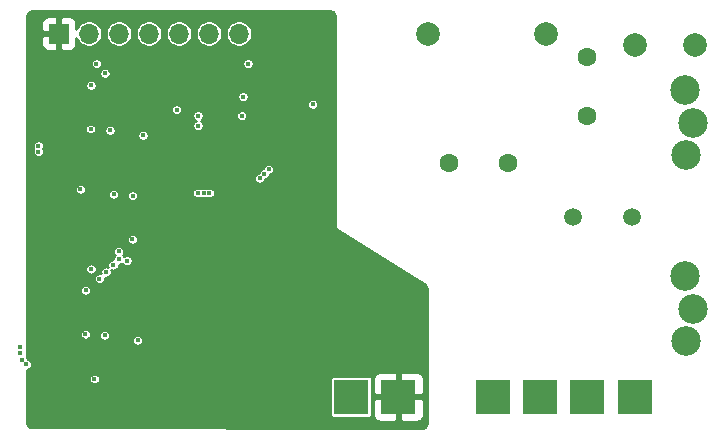
<source format=gbr>
%TF.GenerationSoftware,KiCad,Pcbnew,5.1.10-1.fc33*%
%TF.CreationDate,2021-08-29T09:58:40-07:00*%
%TF.ProjectId,hardware,68617264-7761-4726-952e-6b696361645f,rev?*%
%TF.SameCoordinates,Original*%
%TF.FileFunction,Copper,L4,Bot*%
%TF.FilePolarity,Positive*%
%FSLAX46Y46*%
G04 Gerber Fmt 4.6, Leading zero omitted, Abs format (unit mm)*
G04 Created by KiCad (PCBNEW 5.1.10-1.fc33) date 2021-08-29 09:58:40*
%MOMM*%
%LPD*%
G01*
G04 APERTURE LIST*
%TA.AperFunction,ComponentPad*%
%ADD10R,3.000000X3.000000*%
%TD*%
%TA.AperFunction,ComponentPad*%
%ADD11C,2.000000*%
%TD*%
%TA.AperFunction,ComponentPad*%
%ADD12C,2.500000*%
%TD*%
%TA.AperFunction,ComponentPad*%
%ADD13C,1.600000*%
%TD*%
%TA.AperFunction,ComponentPad*%
%ADD14O,1.700000X1.700000*%
%TD*%
%TA.AperFunction,ComponentPad*%
%ADD15R,1.700000X1.700000*%
%TD*%
%TA.AperFunction,ComponentPad*%
%ADD16C,1.500000*%
%TD*%
%TA.AperFunction,ComponentPad*%
%ADD17C,0.450000*%
%TD*%
%TA.AperFunction,ViaPad*%
%ADD18C,0.400000*%
%TD*%
%TA.AperFunction,ViaPad*%
%ADD19C,1.000000*%
%TD*%
%TA.AperFunction,Conductor*%
%ADD20C,0.254000*%
%TD*%
%TA.AperFunction,Conductor*%
%ADD21C,0.100000*%
%TD*%
G04 APERTURE END LIST*
D10*
%TO.P,PS1,5*%
%TO.N,GND*%
X118750000Y-126750000D03*
%TO.P,PS1,4*%
%TO.N,Net-(C2-Pad2)*%
X126750000Y-126750000D03*
%TO.P,PS1,3*%
%TO.N,Net-(C2-Pad1)*%
X130750000Y-126750000D03*
%TO.P,PS1,6*%
%TO.N,Net-(C4-Pad1)*%
X114750000Y-126750000D03*
%TO.P,PS1,2*%
%TO.N,/AC_N*%
X134750000Y-126750000D03*
%TO.P,PS1,1*%
%TO.N,Net-(L5-Pad2)*%
X138750000Y-126750000D03*
%TD*%
D11*
%TO.P,F1,2*%
%TO.N,/AC_L*%
X143830000Y-97010000D03*
%TO.P,F1,1*%
%TO.N,Net-(F1-Pad1)*%
X138750000Y-97000000D03*
%TD*%
D12*
%TO.P,J2,1*%
%TO.N,/AC_L*%
X143700000Y-103540814D03*
X143000000Y-100740814D03*
X143100000Y-106240814D03*
%TD*%
%TO.P,J1,1*%
%TO.N,/AC_N*%
X143700000Y-119354000D03*
X143000000Y-116554000D03*
X143100000Y-122054000D03*
%TD*%
D11*
%TO.P,CY3,2*%
%TO.N,Net-(C2-Pad2)*%
X131250000Y-96000000D03*
%TO.P,CY3,1*%
%TO.N,GND*%
X121250000Y-96000000D03*
%TD*%
D13*
%TO.P,C2,2*%
%TO.N,Net-(C2-Pad2)*%
X123000000Y-107000000D03*
%TO.P,C2,1*%
%TO.N,Net-(C2-Pad1)*%
X128000000Y-107000000D03*
%TD*%
D14*
%TO.P,J3,7*%
%TO.N,+1V35*%
X105240000Y-96000000D03*
%TO.P,J3,6*%
%TO.N,+2V5*%
X102700000Y-96000000D03*
%TO.P,J3,5*%
%TO.N,+1V1*%
X100160000Y-96000000D03*
%TO.P,J3,4*%
%TO.N,+3V0*%
X97620000Y-96000000D03*
%TO.P,J3,3*%
%TO.N,+3V3*%
X95080000Y-96000000D03*
%TO.P,J3,2*%
%TO.N,+5V*%
X92540000Y-96000000D03*
D15*
%TO.P,J3,1*%
%TO.N,GND*%
X90000000Y-96000000D03*
%TD*%
D16*
%TO.P,L5,2*%
%TO.N,Net-(L5-Pad2)*%
X133500000Y-111500000D03*
%TO.P,L5,1*%
%TO.N,Net-(C1-Pad1)*%
X138500000Y-111500000D03*
%TD*%
D13*
%TO.P,NTC1,2*%
%TO.N,Net-(F1-Pad1)*%
X134750000Y-98000000D03*
%TO.P,NTC1,1*%
%TO.N,Net-(C1-Pad1)*%
X134750000Y-103000000D03*
%TD*%
D17*
%TO.P,U6,17*%
%TO.N,GND*%
X102651200Y-101111880D03*
X103651200Y-101111880D03*
X103151200Y-101611880D03*
X102651200Y-102111880D03*
X103651200Y-102111880D03*
%TD*%
%TO.P,U5,17*%
%TO.N,GND*%
X94389880Y-112561380D03*
X94389880Y-111561380D03*
X94889880Y-112061380D03*
X95389880Y-112561380D03*
X95389880Y-111561380D03*
%TD*%
%TO.P,U4,17*%
%TO.N,GND*%
X94557860Y-101241240D03*
X94557860Y-102241240D03*
X94057860Y-101741240D03*
X93557860Y-101241240D03*
X93557860Y-102241240D03*
%TD*%
%TO.P,U3,17*%
%TO.N,GND*%
X94099880Y-118609500D03*
X94099880Y-119609500D03*
X93599880Y-119109500D03*
X93099880Y-118609500D03*
X93099880Y-119609500D03*
%TD*%
D18*
%TO.N,+1V35*%
X101750000Y-109500000D03*
X102250000Y-109500000D03*
X102750000Y-109500000D03*
%TO.N,GND*%
X94907980Y-120404900D03*
X94907980Y-121192300D03*
X90539180Y-119363500D03*
X91047180Y-119363500D03*
X88326840Y-117382300D03*
X104446600Y-100303780D03*
X105249240Y-100308860D03*
X103420440Y-105134860D03*
X103405200Y-104164580D03*
X100651840Y-106501380D03*
X101426540Y-107890760D03*
X101426540Y-106989060D03*
X93583240Y-109996360D03*
X101530960Y-112552220D03*
X98231440Y-111807380D03*
X93581780Y-110765980D03*
X99882440Y-115558960D03*
X99880980Y-114575980D03*
X97442580Y-111807380D03*
X101530960Y-113312760D03*
X95365960Y-103036640D03*
X95365960Y-103925640D03*
X90679660Y-101995240D03*
X91505160Y-101995240D03*
X89168360Y-99175840D03*
X89168360Y-98337640D03*
X87999960Y-100014040D03*
X89054060Y-100014040D03*
X88710380Y-115705900D03*
X88710380Y-116467900D03*
X107078040Y-101083560D03*
X99966040Y-101591560D03*
X93750000Y-125250000D03*
X109600000Y-95200000D03*
X109600000Y-96000000D03*
X111800000Y-96600000D03*
X112400000Y-96600000D03*
D19*
X96200000Y-123000000D03*
X96200000Y-124600000D03*
X111750000Y-108500000D03*
X117800000Y-121400000D03*
D18*
X96500000Y-116750000D03*
X96500000Y-98000000D03*
X91250000Y-112000000D03*
X104000000Y-97000000D03*
X106500000Y-99250000D03*
%TO.N,+1V1*%
X107750000Y-107500000D03*
X107375000Y-107875000D03*
X107000000Y-108250000D03*
%TO.N,+3V3*%
X87250000Y-124000000D03*
X86875000Y-123625000D03*
X86675010Y-123074990D03*
X86675010Y-122574990D03*
%TO.N,+5V*%
X93876740Y-121547900D03*
X92276540Y-117737900D03*
X105589600Y-101345180D03*
X101779600Y-102945380D03*
X92723580Y-115934500D03*
X93434780Y-116747300D03*
X94623180Y-109622980D03*
X96223380Y-113432980D03*
X95766180Y-115236380D03*
X95054980Y-114423580D03*
X93181560Y-98566240D03*
X93892760Y-99379040D03*
X94324560Y-104179640D03*
X92724360Y-100369640D03*
X101782140Y-103801360D03*
X99958439Y-102441561D03*
X95091040Y-115091040D03*
X94591040Y-115591040D03*
X93991040Y-116191040D03*
%TO.N,Net-(C10-Pad1)*%
X92240980Y-121446300D03*
X96667379Y-121972901D03*
%TO.N,Net-(C14-Pad1)*%
X92698960Y-104078040D03*
X97125359Y-104604641D03*
%TO.N,Net-(C22-Pad1)*%
X96248780Y-109724580D03*
X91822381Y-109197979D03*
%TO.N,Net-(C23-Pad1)*%
X105488000Y-102970780D03*
X106014601Y-98544381D03*
%TO.N,Net-(L1-Pad1)*%
X93000000Y-125250000D03*
%TO.N,+3V0*%
X88250000Y-106000000D03*
X88250000Y-105500000D03*
%TO.N,+2V5*%
X111500000Y-102000000D03*
%TD*%
D20*
%TO.N,GND*%
X113096257Y-94140769D02*
X113185955Y-94177923D01*
X113262976Y-94237024D01*
X113322077Y-94314045D01*
X113359231Y-94403743D01*
X113373000Y-94508328D01*
X113373000Y-112220011D01*
X113374033Y-112236174D01*
X113390231Y-112362411D01*
X113398393Y-112393692D01*
X113445938Y-112511749D01*
X113461732Y-112539954D01*
X113537543Y-112642184D01*
X113559947Y-112665488D01*
X113659112Y-112745265D01*
X113672354Y-112754592D01*
X120937995Y-117207726D01*
X121018141Y-117272203D01*
X121074540Y-117348255D01*
X121109909Y-117436079D01*
X121123000Y-117538101D01*
X121123000Y-129014415D01*
X121109207Y-129119089D01*
X121071992Y-129208848D01*
X121012792Y-129285906D01*
X120935658Y-129344995D01*
X120845841Y-129382090D01*
X120741157Y-129395738D01*
X87707806Y-129350261D01*
X87603332Y-129336373D01*
X87513749Y-129299159D01*
X87436842Y-129240048D01*
X87377834Y-129163055D01*
X87340743Y-129073424D01*
X87327000Y-128968938D01*
X87327000Y-125203020D01*
X92523000Y-125203020D01*
X92523000Y-125296980D01*
X92541331Y-125389136D01*
X92577288Y-125475944D01*
X92629490Y-125554070D01*
X92695930Y-125620510D01*
X92774056Y-125672712D01*
X92860864Y-125708669D01*
X92953020Y-125727000D01*
X93046980Y-125727000D01*
X93139136Y-125708669D01*
X93225944Y-125672712D01*
X93304070Y-125620510D01*
X93370510Y-125554070D01*
X93422712Y-125475944D01*
X93458669Y-125389136D01*
X93477000Y-125296980D01*
X93477000Y-125250000D01*
X112971660Y-125250000D01*
X112971660Y-128250000D01*
X112977008Y-128304301D01*
X112992847Y-128356516D01*
X113018569Y-128404637D01*
X113053184Y-128446816D01*
X113095363Y-128481431D01*
X113143484Y-128507153D01*
X113195699Y-128522992D01*
X113250000Y-128528340D01*
X116250000Y-128528340D01*
X116304301Y-128522992D01*
X116356516Y-128507153D01*
X116404637Y-128481431D01*
X116446816Y-128446816D01*
X116481431Y-128404637D01*
X116507153Y-128356516D01*
X116522992Y-128304301D01*
X116528340Y-128250000D01*
X116611928Y-128250000D01*
X116624188Y-128374482D01*
X116660498Y-128494180D01*
X116719463Y-128604494D01*
X116798815Y-128701185D01*
X116895506Y-128780537D01*
X117005820Y-128839502D01*
X117125518Y-128875812D01*
X117250000Y-128888072D01*
X118464250Y-128885000D01*
X118623000Y-128726250D01*
X118623000Y-126877000D01*
X118877000Y-126877000D01*
X118877000Y-128726250D01*
X119035750Y-128885000D01*
X120250000Y-128888072D01*
X120374482Y-128875812D01*
X120494180Y-128839502D01*
X120604494Y-128780537D01*
X120701185Y-128701185D01*
X120780537Y-128604494D01*
X120839502Y-128494180D01*
X120875812Y-128374482D01*
X120888072Y-128250000D01*
X120885000Y-127035750D01*
X120726250Y-126877000D01*
X118877000Y-126877000D01*
X118623000Y-126877000D01*
X116773750Y-126877000D01*
X116615000Y-127035750D01*
X116611928Y-128250000D01*
X116528340Y-128250000D01*
X116528340Y-125250000D01*
X116611928Y-125250000D01*
X116615000Y-126464250D01*
X116773750Y-126623000D01*
X118623000Y-126623000D01*
X118623000Y-124773750D01*
X118877000Y-124773750D01*
X118877000Y-126623000D01*
X120726250Y-126623000D01*
X120885000Y-126464250D01*
X120888072Y-125250000D01*
X120875812Y-125125518D01*
X120839502Y-125005820D01*
X120780537Y-124895506D01*
X120701185Y-124798815D01*
X120604494Y-124719463D01*
X120494180Y-124660498D01*
X120374482Y-124624188D01*
X120250000Y-124611928D01*
X119035750Y-124615000D01*
X118877000Y-124773750D01*
X118623000Y-124773750D01*
X118464250Y-124615000D01*
X117250000Y-124611928D01*
X117125518Y-124624188D01*
X117005820Y-124660498D01*
X116895506Y-124719463D01*
X116798815Y-124798815D01*
X116719463Y-124895506D01*
X116660498Y-125005820D01*
X116624188Y-125125518D01*
X116611928Y-125250000D01*
X116528340Y-125250000D01*
X116522992Y-125195699D01*
X116507153Y-125143484D01*
X116481431Y-125095363D01*
X116446816Y-125053184D01*
X116404637Y-125018569D01*
X116356516Y-124992847D01*
X116304301Y-124977008D01*
X116250000Y-124971660D01*
X113250000Y-124971660D01*
X113195699Y-124977008D01*
X113143484Y-124992847D01*
X113095363Y-125018569D01*
X113053184Y-125053184D01*
X113018569Y-125095363D01*
X112992847Y-125143484D01*
X112977008Y-125195699D01*
X112971660Y-125250000D01*
X93477000Y-125250000D01*
X93477000Y-125203020D01*
X93458669Y-125110864D01*
X93422712Y-125024056D01*
X93370510Y-124945930D01*
X93304070Y-124879490D01*
X93225944Y-124827288D01*
X93139136Y-124791331D01*
X93046980Y-124773000D01*
X92953020Y-124773000D01*
X92860864Y-124791331D01*
X92774056Y-124827288D01*
X92695930Y-124879490D01*
X92629490Y-124945930D01*
X92577288Y-125024056D01*
X92541331Y-125110864D01*
X92523000Y-125203020D01*
X87327000Y-125203020D01*
X87327000Y-124471029D01*
X87389136Y-124458669D01*
X87475944Y-124422712D01*
X87554070Y-124370510D01*
X87620510Y-124304070D01*
X87672712Y-124225944D01*
X87708669Y-124139136D01*
X87727000Y-124046980D01*
X87727000Y-123953020D01*
X87708669Y-123860864D01*
X87672712Y-123774056D01*
X87620510Y-123695930D01*
X87554070Y-123629490D01*
X87475944Y-123577288D01*
X87389136Y-123541331D01*
X87342872Y-123532128D01*
X87333669Y-123485864D01*
X87327000Y-123469764D01*
X87327000Y-121399320D01*
X91763980Y-121399320D01*
X91763980Y-121493280D01*
X91782311Y-121585436D01*
X91818268Y-121672244D01*
X91870470Y-121750370D01*
X91936910Y-121816810D01*
X92015036Y-121869012D01*
X92101844Y-121904969D01*
X92194000Y-121923300D01*
X92287960Y-121923300D01*
X92380116Y-121904969D01*
X92466924Y-121869012D01*
X92545050Y-121816810D01*
X92611490Y-121750370D01*
X92663692Y-121672244D01*
X92699649Y-121585436D01*
X92716460Y-121500920D01*
X93399740Y-121500920D01*
X93399740Y-121594880D01*
X93418071Y-121687036D01*
X93454028Y-121773844D01*
X93506230Y-121851970D01*
X93572670Y-121918410D01*
X93650796Y-121970612D01*
X93737604Y-122006569D01*
X93829760Y-122024900D01*
X93923720Y-122024900D01*
X94015876Y-122006569D01*
X94102684Y-121970612D01*
X94169568Y-121925921D01*
X96190379Y-121925921D01*
X96190379Y-122019881D01*
X96208710Y-122112037D01*
X96244667Y-122198845D01*
X96296869Y-122276971D01*
X96363309Y-122343411D01*
X96441435Y-122395613D01*
X96528243Y-122431570D01*
X96620399Y-122449901D01*
X96714359Y-122449901D01*
X96806515Y-122431570D01*
X96893323Y-122395613D01*
X96971449Y-122343411D01*
X97037889Y-122276971D01*
X97090091Y-122198845D01*
X97126048Y-122112037D01*
X97144379Y-122019881D01*
X97144379Y-121925921D01*
X97126048Y-121833765D01*
X97090091Y-121746957D01*
X97037889Y-121668831D01*
X96971449Y-121602391D01*
X96893323Y-121550189D01*
X96806515Y-121514232D01*
X96714359Y-121495901D01*
X96620399Y-121495901D01*
X96528243Y-121514232D01*
X96441435Y-121550189D01*
X96363309Y-121602391D01*
X96296869Y-121668831D01*
X96244667Y-121746957D01*
X96208710Y-121833765D01*
X96190379Y-121925921D01*
X94169568Y-121925921D01*
X94180810Y-121918410D01*
X94247250Y-121851970D01*
X94299452Y-121773844D01*
X94335409Y-121687036D01*
X94353740Y-121594880D01*
X94353740Y-121500920D01*
X94335409Y-121408764D01*
X94299452Y-121321956D01*
X94247250Y-121243830D01*
X94180810Y-121177390D01*
X94102684Y-121125188D01*
X94015876Y-121089231D01*
X93923720Y-121070900D01*
X93829760Y-121070900D01*
X93737604Y-121089231D01*
X93650796Y-121125188D01*
X93572670Y-121177390D01*
X93506230Y-121243830D01*
X93454028Y-121321956D01*
X93418071Y-121408764D01*
X93399740Y-121500920D01*
X92716460Y-121500920D01*
X92717980Y-121493280D01*
X92717980Y-121399320D01*
X92699649Y-121307164D01*
X92663692Y-121220356D01*
X92611490Y-121142230D01*
X92545050Y-121075790D01*
X92466924Y-121023588D01*
X92380116Y-120987631D01*
X92287960Y-120969300D01*
X92194000Y-120969300D01*
X92101844Y-120987631D01*
X92015036Y-121023588D01*
X91936910Y-121075790D01*
X91870470Y-121142230D01*
X91818268Y-121220356D01*
X91782311Y-121307164D01*
X91763980Y-121399320D01*
X87327000Y-121399320D01*
X87327000Y-117690920D01*
X91799540Y-117690920D01*
X91799540Y-117784880D01*
X91817871Y-117877036D01*
X91853828Y-117963844D01*
X91906030Y-118041970D01*
X91972470Y-118108410D01*
X92050596Y-118160612D01*
X92137404Y-118196569D01*
X92229560Y-118214900D01*
X92323520Y-118214900D01*
X92415676Y-118196569D01*
X92502484Y-118160612D01*
X92580610Y-118108410D01*
X92647050Y-118041970D01*
X92699252Y-117963844D01*
X92735209Y-117877036D01*
X92753540Y-117784880D01*
X92753540Y-117690920D01*
X92735209Y-117598764D01*
X92699252Y-117511956D01*
X92647050Y-117433830D01*
X92580610Y-117367390D01*
X92502484Y-117315188D01*
X92415676Y-117279231D01*
X92323520Y-117260900D01*
X92229560Y-117260900D01*
X92137404Y-117279231D01*
X92050596Y-117315188D01*
X91972470Y-117367390D01*
X91906030Y-117433830D01*
X91853828Y-117511956D01*
X91817871Y-117598764D01*
X91799540Y-117690920D01*
X87327000Y-117690920D01*
X87327000Y-116700320D01*
X92957780Y-116700320D01*
X92957780Y-116794280D01*
X92976111Y-116886436D01*
X93012068Y-116973244D01*
X93064270Y-117051370D01*
X93130710Y-117117810D01*
X93208836Y-117170012D01*
X93295644Y-117205969D01*
X93387800Y-117224300D01*
X93481760Y-117224300D01*
X93573916Y-117205969D01*
X93660724Y-117170012D01*
X93738850Y-117117810D01*
X93805290Y-117051370D01*
X93857492Y-116973244D01*
X93893449Y-116886436D01*
X93911780Y-116794280D01*
X93911780Y-116700320D01*
X93903765Y-116660025D01*
X93944060Y-116668040D01*
X94038020Y-116668040D01*
X94130176Y-116649709D01*
X94216984Y-116613752D01*
X94295110Y-116561550D01*
X94361550Y-116495110D01*
X94413752Y-116416984D01*
X94449709Y-116330176D01*
X94468040Y-116238020D01*
X94468040Y-116144060D01*
X94449709Y-116051904D01*
X94448157Y-116048157D01*
X94451904Y-116049709D01*
X94544060Y-116068040D01*
X94638020Y-116068040D01*
X94730176Y-116049709D01*
X94816984Y-116013752D01*
X94895110Y-115961550D01*
X94961550Y-115895110D01*
X95013752Y-115816984D01*
X95049709Y-115730176D01*
X95068040Y-115638020D01*
X95068040Y-115568040D01*
X95138020Y-115568040D01*
X95230176Y-115549709D01*
X95316984Y-115513752D01*
X95359050Y-115485644D01*
X95395670Y-115540450D01*
X95462110Y-115606890D01*
X95540236Y-115659092D01*
X95627044Y-115695049D01*
X95719200Y-115713380D01*
X95813160Y-115713380D01*
X95905316Y-115695049D01*
X95992124Y-115659092D01*
X96070250Y-115606890D01*
X96136690Y-115540450D01*
X96188892Y-115462324D01*
X96224849Y-115375516D01*
X96243180Y-115283360D01*
X96243180Y-115189400D01*
X96224849Y-115097244D01*
X96188892Y-115010436D01*
X96136690Y-114932310D01*
X96070250Y-114865870D01*
X95992124Y-114813668D01*
X95905316Y-114777711D01*
X95813160Y-114759380D01*
X95719200Y-114759380D01*
X95627044Y-114777711D01*
X95540236Y-114813668D01*
X95498170Y-114841776D01*
X95461550Y-114786970D01*
X95413860Y-114739280D01*
X95425490Y-114727650D01*
X95477692Y-114649524D01*
X95513649Y-114562716D01*
X95531980Y-114470560D01*
X95531980Y-114376600D01*
X95513649Y-114284444D01*
X95477692Y-114197636D01*
X95425490Y-114119510D01*
X95359050Y-114053070D01*
X95280924Y-114000868D01*
X95194116Y-113964911D01*
X95101960Y-113946580D01*
X95008000Y-113946580D01*
X94915844Y-113964911D01*
X94829036Y-114000868D01*
X94750910Y-114053070D01*
X94684470Y-114119510D01*
X94632268Y-114197636D01*
X94596311Y-114284444D01*
X94577980Y-114376600D01*
X94577980Y-114470560D01*
X94596311Y-114562716D01*
X94632268Y-114649524D01*
X94684470Y-114727650D01*
X94732160Y-114775340D01*
X94720530Y-114786970D01*
X94668328Y-114865096D01*
X94632371Y-114951904D01*
X94614040Y-115044060D01*
X94614040Y-115114040D01*
X94544060Y-115114040D01*
X94451904Y-115132371D01*
X94365096Y-115168328D01*
X94286970Y-115220530D01*
X94220530Y-115286970D01*
X94168328Y-115365096D01*
X94132371Y-115451904D01*
X94114040Y-115544060D01*
X94114040Y-115638020D01*
X94132371Y-115730176D01*
X94133923Y-115733923D01*
X94130176Y-115732371D01*
X94038020Y-115714040D01*
X93944060Y-115714040D01*
X93851904Y-115732371D01*
X93765096Y-115768328D01*
X93686970Y-115820530D01*
X93620530Y-115886970D01*
X93568328Y-115965096D01*
X93532371Y-116051904D01*
X93514040Y-116144060D01*
X93514040Y-116238020D01*
X93522055Y-116278315D01*
X93481760Y-116270300D01*
X93387800Y-116270300D01*
X93295644Y-116288631D01*
X93208836Y-116324588D01*
X93130710Y-116376790D01*
X93064270Y-116443230D01*
X93012068Y-116521356D01*
X92976111Y-116608164D01*
X92957780Y-116700320D01*
X87327000Y-116700320D01*
X87327000Y-115887520D01*
X92246580Y-115887520D01*
X92246580Y-115981480D01*
X92264911Y-116073636D01*
X92300868Y-116160444D01*
X92353070Y-116238570D01*
X92419510Y-116305010D01*
X92497636Y-116357212D01*
X92584444Y-116393169D01*
X92676600Y-116411500D01*
X92770560Y-116411500D01*
X92862716Y-116393169D01*
X92949524Y-116357212D01*
X93027650Y-116305010D01*
X93094090Y-116238570D01*
X93146292Y-116160444D01*
X93182249Y-116073636D01*
X93200580Y-115981480D01*
X93200580Y-115887520D01*
X93182249Y-115795364D01*
X93146292Y-115708556D01*
X93094090Y-115630430D01*
X93027650Y-115563990D01*
X92949524Y-115511788D01*
X92862716Y-115475831D01*
X92770560Y-115457500D01*
X92676600Y-115457500D01*
X92584444Y-115475831D01*
X92497636Y-115511788D01*
X92419510Y-115563990D01*
X92353070Y-115630430D01*
X92300868Y-115708556D01*
X92264911Y-115795364D01*
X92246580Y-115887520D01*
X87327000Y-115887520D01*
X87327000Y-113386000D01*
X95746380Y-113386000D01*
X95746380Y-113479960D01*
X95764711Y-113572116D01*
X95800668Y-113658924D01*
X95852870Y-113737050D01*
X95919310Y-113803490D01*
X95997436Y-113855692D01*
X96084244Y-113891649D01*
X96176400Y-113909980D01*
X96270360Y-113909980D01*
X96362516Y-113891649D01*
X96449324Y-113855692D01*
X96527450Y-113803490D01*
X96593890Y-113737050D01*
X96646092Y-113658924D01*
X96682049Y-113572116D01*
X96700380Y-113479960D01*
X96700380Y-113386000D01*
X96682049Y-113293844D01*
X96646092Y-113207036D01*
X96593890Y-113128910D01*
X96527450Y-113062470D01*
X96449324Y-113010268D01*
X96362516Y-112974311D01*
X96270360Y-112955980D01*
X96176400Y-112955980D01*
X96084244Y-112974311D01*
X95997436Y-113010268D01*
X95919310Y-113062470D01*
X95852870Y-113128910D01*
X95800668Y-113207036D01*
X95764711Y-113293844D01*
X95746380Y-113386000D01*
X87327000Y-113386000D01*
X87327000Y-109150999D01*
X91345381Y-109150999D01*
X91345381Y-109244959D01*
X91363712Y-109337115D01*
X91399669Y-109423923D01*
X91451871Y-109502049D01*
X91518311Y-109568489D01*
X91596437Y-109620691D01*
X91683245Y-109656648D01*
X91775401Y-109674979D01*
X91869361Y-109674979D01*
X91961517Y-109656648D01*
X92048325Y-109620691D01*
X92115209Y-109576000D01*
X94146180Y-109576000D01*
X94146180Y-109669960D01*
X94164511Y-109762116D01*
X94200468Y-109848924D01*
X94252670Y-109927050D01*
X94319110Y-109993490D01*
X94397236Y-110045692D01*
X94484044Y-110081649D01*
X94576200Y-110099980D01*
X94670160Y-110099980D01*
X94762316Y-110081649D01*
X94849124Y-110045692D01*
X94927250Y-109993490D01*
X94993690Y-109927050D01*
X95045892Y-109848924D01*
X95081849Y-109762116D01*
X95098660Y-109677600D01*
X95771780Y-109677600D01*
X95771780Y-109771560D01*
X95790111Y-109863716D01*
X95826068Y-109950524D01*
X95878270Y-110028650D01*
X95944710Y-110095090D01*
X96022836Y-110147292D01*
X96109644Y-110183249D01*
X96201800Y-110201580D01*
X96295760Y-110201580D01*
X96387916Y-110183249D01*
X96474724Y-110147292D01*
X96552850Y-110095090D01*
X96619290Y-110028650D01*
X96671492Y-109950524D01*
X96707449Y-109863716D01*
X96725780Y-109771560D01*
X96725780Y-109677600D01*
X96707449Y-109585444D01*
X96671492Y-109498636D01*
X96641013Y-109453020D01*
X101273000Y-109453020D01*
X101273000Y-109546980D01*
X101291331Y-109639136D01*
X101327288Y-109725944D01*
X101379490Y-109804070D01*
X101445930Y-109870510D01*
X101524056Y-109922712D01*
X101610864Y-109958669D01*
X101703020Y-109977000D01*
X101796980Y-109977000D01*
X101889136Y-109958669D01*
X101975944Y-109922712D01*
X102000000Y-109906638D01*
X102024056Y-109922712D01*
X102110864Y-109958669D01*
X102203020Y-109977000D01*
X102296980Y-109977000D01*
X102389136Y-109958669D01*
X102475944Y-109922712D01*
X102500000Y-109906638D01*
X102524056Y-109922712D01*
X102610864Y-109958669D01*
X102703020Y-109977000D01*
X102796980Y-109977000D01*
X102889136Y-109958669D01*
X102975944Y-109922712D01*
X103054070Y-109870510D01*
X103120510Y-109804070D01*
X103172712Y-109725944D01*
X103208669Y-109639136D01*
X103227000Y-109546980D01*
X103227000Y-109453020D01*
X103208669Y-109360864D01*
X103172712Y-109274056D01*
X103120510Y-109195930D01*
X103054070Y-109129490D01*
X102975944Y-109077288D01*
X102889136Y-109041331D01*
X102796980Y-109023000D01*
X102703020Y-109023000D01*
X102610864Y-109041331D01*
X102524056Y-109077288D01*
X102500000Y-109093362D01*
X102475944Y-109077288D01*
X102389136Y-109041331D01*
X102296980Y-109023000D01*
X102203020Y-109023000D01*
X102110864Y-109041331D01*
X102024056Y-109077288D01*
X102000000Y-109093362D01*
X101975944Y-109077288D01*
X101889136Y-109041331D01*
X101796980Y-109023000D01*
X101703020Y-109023000D01*
X101610864Y-109041331D01*
X101524056Y-109077288D01*
X101445930Y-109129490D01*
X101379490Y-109195930D01*
X101327288Y-109274056D01*
X101291331Y-109360864D01*
X101273000Y-109453020D01*
X96641013Y-109453020D01*
X96619290Y-109420510D01*
X96552850Y-109354070D01*
X96474724Y-109301868D01*
X96387916Y-109265911D01*
X96295760Y-109247580D01*
X96201800Y-109247580D01*
X96109644Y-109265911D01*
X96022836Y-109301868D01*
X95944710Y-109354070D01*
X95878270Y-109420510D01*
X95826068Y-109498636D01*
X95790111Y-109585444D01*
X95771780Y-109677600D01*
X95098660Y-109677600D01*
X95100180Y-109669960D01*
X95100180Y-109576000D01*
X95081849Y-109483844D01*
X95045892Y-109397036D01*
X94993690Y-109318910D01*
X94927250Y-109252470D01*
X94849124Y-109200268D01*
X94762316Y-109164311D01*
X94670160Y-109145980D01*
X94576200Y-109145980D01*
X94484044Y-109164311D01*
X94397236Y-109200268D01*
X94319110Y-109252470D01*
X94252670Y-109318910D01*
X94200468Y-109397036D01*
X94164511Y-109483844D01*
X94146180Y-109576000D01*
X92115209Y-109576000D01*
X92126451Y-109568489D01*
X92192891Y-109502049D01*
X92245093Y-109423923D01*
X92281050Y-109337115D01*
X92299381Y-109244959D01*
X92299381Y-109150999D01*
X92281050Y-109058843D01*
X92245093Y-108972035D01*
X92192891Y-108893909D01*
X92126451Y-108827469D01*
X92048325Y-108775267D01*
X91961517Y-108739310D01*
X91869361Y-108720979D01*
X91775401Y-108720979D01*
X91683245Y-108739310D01*
X91596437Y-108775267D01*
X91518311Y-108827469D01*
X91451871Y-108893909D01*
X91399669Y-108972035D01*
X91363712Y-109058843D01*
X91345381Y-109150999D01*
X87327000Y-109150999D01*
X87327000Y-108203020D01*
X106523000Y-108203020D01*
X106523000Y-108296980D01*
X106541331Y-108389136D01*
X106577288Y-108475944D01*
X106629490Y-108554070D01*
X106695930Y-108620510D01*
X106774056Y-108672712D01*
X106860864Y-108708669D01*
X106953020Y-108727000D01*
X107046980Y-108727000D01*
X107139136Y-108708669D01*
X107225944Y-108672712D01*
X107304070Y-108620510D01*
X107370510Y-108554070D01*
X107422712Y-108475944D01*
X107458669Y-108389136D01*
X107467872Y-108342872D01*
X107514136Y-108333669D01*
X107600944Y-108297712D01*
X107679070Y-108245510D01*
X107745510Y-108179070D01*
X107797712Y-108100944D01*
X107833669Y-108014136D01*
X107842872Y-107967872D01*
X107889136Y-107958669D01*
X107975944Y-107922712D01*
X108054070Y-107870510D01*
X108120510Y-107804070D01*
X108172712Y-107725944D01*
X108208669Y-107639136D01*
X108227000Y-107546980D01*
X108227000Y-107453020D01*
X108208669Y-107360864D01*
X108172712Y-107274056D01*
X108120510Y-107195930D01*
X108054070Y-107129490D01*
X107975944Y-107077288D01*
X107889136Y-107041331D01*
X107796980Y-107023000D01*
X107703020Y-107023000D01*
X107610864Y-107041331D01*
X107524056Y-107077288D01*
X107445930Y-107129490D01*
X107379490Y-107195930D01*
X107327288Y-107274056D01*
X107291331Y-107360864D01*
X107282128Y-107407128D01*
X107235864Y-107416331D01*
X107149056Y-107452288D01*
X107070930Y-107504490D01*
X107004490Y-107570930D01*
X106952288Y-107649056D01*
X106916331Y-107735864D01*
X106907128Y-107782128D01*
X106860864Y-107791331D01*
X106774056Y-107827288D01*
X106695930Y-107879490D01*
X106629490Y-107945930D01*
X106577288Y-108024056D01*
X106541331Y-108110864D01*
X106523000Y-108203020D01*
X87327000Y-108203020D01*
X87327000Y-105453020D01*
X87773000Y-105453020D01*
X87773000Y-105546980D01*
X87791331Y-105639136D01*
X87827288Y-105725944D01*
X87843362Y-105750000D01*
X87827288Y-105774056D01*
X87791331Y-105860864D01*
X87773000Y-105953020D01*
X87773000Y-106046980D01*
X87791331Y-106139136D01*
X87827288Y-106225944D01*
X87879490Y-106304070D01*
X87945930Y-106370510D01*
X88024056Y-106422712D01*
X88110864Y-106458669D01*
X88203020Y-106477000D01*
X88296980Y-106477000D01*
X88389136Y-106458669D01*
X88475944Y-106422712D01*
X88554070Y-106370510D01*
X88620510Y-106304070D01*
X88672712Y-106225944D01*
X88708669Y-106139136D01*
X88727000Y-106046980D01*
X88727000Y-105953020D01*
X88708669Y-105860864D01*
X88672712Y-105774056D01*
X88656638Y-105750000D01*
X88672712Y-105725944D01*
X88708669Y-105639136D01*
X88727000Y-105546980D01*
X88727000Y-105453020D01*
X88708669Y-105360864D01*
X88672712Y-105274056D01*
X88620510Y-105195930D01*
X88554070Y-105129490D01*
X88475944Y-105077288D01*
X88389136Y-105041331D01*
X88296980Y-105023000D01*
X88203020Y-105023000D01*
X88110864Y-105041331D01*
X88024056Y-105077288D01*
X87945930Y-105129490D01*
X87879490Y-105195930D01*
X87827288Y-105274056D01*
X87791331Y-105360864D01*
X87773000Y-105453020D01*
X87327000Y-105453020D01*
X87327000Y-104031060D01*
X92221960Y-104031060D01*
X92221960Y-104125020D01*
X92240291Y-104217176D01*
X92276248Y-104303984D01*
X92328450Y-104382110D01*
X92394890Y-104448550D01*
X92473016Y-104500752D01*
X92559824Y-104536709D01*
X92651980Y-104555040D01*
X92745940Y-104555040D01*
X92838096Y-104536709D01*
X92924904Y-104500752D01*
X93003030Y-104448550D01*
X93069470Y-104382110D01*
X93121672Y-104303984D01*
X93157629Y-104217176D01*
X93174440Y-104132660D01*
X93847560Y-104132660D01*
X93847560Y-104226620D01*
X93865891Y-104318776D01*
X93901848Y-104405584D01*
X93954050Y-104483710D01*
X94020490Y-104550150D01*
X94098616Y-104602352D01*
X94185424Y-104638309D01*
X94277580Y-104656640D01*
X94371540Y-104656640D01*
X94463696Y-104638309D01*
X94550504Y-104602352D01*
X94617388Y-104557661D01*
X96648359Y-104557661D01*
X96648359Y-104651621D01*
X96666690Y-104743777D01*
X96702647Y-104830585D01*
X96754849Y-104908711D01*
X96821289Y-104975151D01*
X96899415Y-105027353D01*
X96986223Y-105063310D01*
X97078379Y-105081641D01*
X97172339Y-105081641D01*
X97264495Y-105063310D01*
X97351303Y-105027353D01*
X97429429Y-104975151D01*
X97495869Y-104908711D01*
X97548071Y-104830585D01*
X97584028Y-104743777D01*
X97602359Y-104651621D01*
X97602359Y-104557661D01*
X97584028Y-104465505D01*
X97548071Y-104378697D01*
X97495869Y-104300571D01*
X97429429Y-104234131D01*
X97351303Y-104181929D01*
X97264495Y-104145972D01*
X97172339Y-104127641D01*
X97078379Y-104127641D01*
X96986223Y-104145972D01*
X96899415Y-104181929D01*
X96821289Y-104234131D01*
X96754849Y-104300571D01*
X96702647Y-104378697D01*
X96666690Y-104465505D01*
X96648359Y-104557661D01*
X94617388Y-104557661D01*
X94628630Y-104550150D01*
X94695070Y-104483710D01*
X94747272Y-104405584D01*
X94783229Y-104318776D01*
X94801560Y-104226620D01*
X94801560Y-104132660D01*
X94783229Y-104040504D01*
X94747272Y-103953696D01*
X94695070Y-103875570D01*
X94628630Y-103809130D01*
X94550504Y-103756928D01*
X94463696Y-103720971D01*
X94371540Y-103702640D01*
X94277580Y-103702640D01*
X94185424Y-103720971D01*
X94098616Y-103756928D01*
X94020490Y-103809130D01*
X93954050Y-103875570D01*
X93901848Y-103953696D01*
X93865891Y-104040504D01*
X93847560Y-104132660D01*
X93174440Y-104132660D01*
X93175960Y-104125020D01*
X93175960Y-104031060D01*
X93157629Y-103938904D01*
X93121672Y-103852096D01*
X93069470Y-103773970D01*
X93003030Y-103707530D01*
X92924904Y-103655328D01*
X92838096Y-103619371D01*
X92745940Y-103601040D01*
X92651980Y-103601040D01*
X92559824Y-103619371D01*
X92473016Y-103655328D01*
X92394890Y-103707530D01*
X92328450Y-103773970D01*
X92276248Y-103852096D01*
X92240291Y-103938904D01*
X92221960Y-104031060D01*
X87327000Y-104031060D01*
X87327000Y-102394581D01*
X99481439Y-102394581D01*
X99481439Y-102488541D01*
X99499770Y-102580697D01*
X99535727Y-102667505D01*
X99587929Y-102745631D01*
X99654369Y-102812071D01*
X99732495Y-102864273D01*
X99819303Y-102900230D01*
X99911459Y-102918561D01*
X100005419Y-102918561D01*
X100097575Y-102900230D01*
X100101993Y-102898400D01*
X101302600Y-102898400D01*
X101302600Y-102992360D01*
X101320931Y-103084516D01*
X101356888Y-103171324D01*
X101409090Y-103249450D01*
X101475530Y-103315890D01*
X101553656Y-103368092D01*
X101567668Y-103373896D01*
X101556196Y-103378648D01*
X101478070Y-103430850D01*
X101411630Y-103497290D01*
X101359428Y-103575416D01*
X101323471Y-103662224D01*
X101305140Y-103754380D01*
X101305140Y-103848340D01*
X101323471Y-103940496D01*
X101359428Y-104027304D01*
X101411630Y-104105430D01*
X101478070Y-104171870D01*
X101556196Y-104224072D01*
X101643004Y-104260029D01*
X101735160Y-104278360D01*
X101829120Y-104278360D01*
X101921276Y-104260029D01*
X102008084Y-104224072D01*
X102086210Y-104171870D01*
X102152650Y-104105430D01*
X102204852Y-104027304D01*
X102240809Y-103940496D01*
X102259140Y-103848340D01*
X102259140Y-103754380D01*
X102240809Y-103662224D01*
X102204852Y-103575416D01*
X102152650Y-103497290D01*
X102086210Y-103430850D01*
X102008084Y-103378648D01*
X101994072Y-103372844D01*
X102005544Y-103368092D01*
X102083670Y-103315890D01*
X102150110Y-103249450D01*
X102202312Y-103171324D01*
X102238269Y-103084516D01*
X102256600Y-102992360D01*
X102256600Y-102923800D01*
X105011000Y-102923800D01*
X105011000Y-103017760D01*
X105029331Y-103109916D01*
X105065288Y-103196724D01*
X105117490Y-103274850D01*
X105183930Y-103341290D01*
X105262056Y-103393492D01*
X105348864Y-103429449D01*
X105441020Y-103447780D01*
X105534980Y-103447780D01*
X105627136Y-103429449D01*
X105713944Y-103393492D01*
X105792070Y-103341290D01*
X105858510Y-103274850D01*
X105910712Y-103196724D01*
X105946669Y-103109916D01*
X105965000Y-103017760D01*
X105965000Y-102923800D01*
X105946669Y-102831644D01*
X105910712Y-102744836D01*
X105858510Y-102666710D01*
X105792070Y-102600270D01*
X105713944Y-102548068D01*
X105627136Y-102512111D01*
X105534980Y-102493780D01*
X105441020Y-102493780D01*
X105348864Y-102512111D01*
X105262056Y-102548068D01*
X105183930Y-102600270D01*
X105117490Y-102666710D01*
X105065288Y-102744836D01*
X105029331Y-102831644D01*
X105011000Y-102923800D01*
X102256600Y-102923800D01*
X102256600Y-102898400D01*
X102238269Y-102806244D01*
X102202312Y-102719436D01*
X102150110Y-102641310D01*
X102083670Y-102574870D01*
X102005544Y-102522668D01*
X101918736Y-102486711D01*
X101826580Y-102468380D01*
X101732620Y-102468380D01*
X101640464Y-102486711D01*
X101553656Y-102522668D01*
X101475530Y-102574870D01*
X101409090Y-102641310D01*
X101356888Y-102719436D01*
X101320931Y-102806244D01*
X101302600Y-102898400D01*
X100101993Y-102898400D01*
X100184383Y-102864273D01*
X100262509Y-102812071D01*
X100328949Y-102745631D01*
X100381151Y-102667505D01*
X100417108Y-102580697D01*
X100435439Y-102488541D01*
X100435439Y-102394581D01*
X100417108Y-102302425D01*
X100381151Y-102215617D01*
X100328949Y-102137491D01*
X100262509Y-102071051D01*
X100184383Y-102018849D01*
X100097575Y-101982892D01*
X100005419Y-101964561D01*
X99911459Y-101964561D01*
X99819303Y-101982892D01*
X99732495Y-102018849D01*
X99654369Y-102071051D01*
X99587929Y-102137491D01*
X99535727Y-102215617D01*
X99499770Y-102302425D01*
X99481439Y-102394581D01*
X87327000Y-102394581D01*
X87327000Y-101953020D01*
X111023000Y-101953020D01*
X111023000Y-102046980D01*
X111041331Y-102139136D01*
X111077288Y-102225944D01*
X111129490Y-102304070D01*
X111195930Y-102370510D01*
X111274056Y-102422712D01*
X111360864Y-102458669D01*
X111453020Y-102477000D01*
X111546980Y-102477000D01*
X111639136Y-102458669D01*
X111725944Y-102422712D01*
X111804070Y-102370510D01*
X111870510Y-102304070D01*
X111922712Y-102225944D01*
X111958669Y-102139136D01*
X111977000Y-102046980D01*
X111977000Y-101953020D01*
X111958669Y-101860864D01*
X111922712Y-101774056D01*
X111870510Y-101695930D01*
X111804070Y-101629490D01*
X111725944Y-101577288D01*
X111639136Y-101541331D01*
X111546980Y-101523000D01*
X111453020Y-101523000D01*
X111360864Y-101541331D01*
X111274056Y-101577288D01*
X111195930Y-101629490D01*
X111129490Y-101695930D01*
X111077288Y-101774056D01*
X111041331Y-101860864D01*
X111023000Y-101953020D01*
X87327000Y-101953020D01*
X87327000Y-101298200D01*
X105112600Y-101298200D01*
X105112600Y-101392160D01*
X105130931Y-101484316D01*
X105166888Y-101571124D01*
X105219090Y-101649250D01*
X105285530Y-101715690D01*
X105363656Y-101767892D01*
X105450464Y-101803849D01*
X105542620Y-101822180D01*
X105636580Y-101822180D01*
X105728736Y-101803849D01*
X105815544Y-101767892D01*
X105893670Y-101715690D01*
X105960110Y-101649250D01*
X106012312Y-101571124D01*
X106048269Y-101484316D01*
X106066600Y-101392160D01*
X106066600Y-101298200D01*
X106048269Y-101206044D01*
X106012312Y-101119236D01*
X105960110Y-101041110D01*
X105893670Y-100974670D01*
X105815544Y-100922468D01*
X105728736Y-100886511D01*
X105636580Y-100868180D01*
X105542620Y-100868180D01*
X105450464Y-100886511D01*
X105363656Y-100922468D01*
X105285530Y-100974670D01*
X105219090Y-101041110D01*
X105166888Y-101119236D01*
X105130931Y-101206044D01*
X105112600Y-101298200D01*
X87327000Y-101298200D01*
X87327000Y-100322660D01*
X92247360Y-100322660D01*
X92247360Y-100416620D01*
X92265691Y-100508776D01*
X92301648Y-100595584D01*
X92353850Y-100673710D01*
X92420290Y-100740150D01*
X92498416Y-100792352D01*
X92585224Y-100828309D01*
X92677380Y-100846640D01*
X92771340Y-100846640D01*
X92863496Y-100828309D01*
X92950304Y-100792352D01*
X93028430Y-100740150D01*
X93094870Y-100673710D01*
X93147072Y-100595584D01*
X93183029Y-100508776D01*
X93201360Y-100416620D01*
X93201360Y-100322660D01*
X93183029Y-100230504D01*
X93147072Y-100143696D01*
X93094870Y-100065570D01*
X93028430Y-99999130D01*
X92950304Y-99946928D01*
X92863496Y-99910971D01*
X92771340Y-99892640D01*
X92677380Y-99892640D01*
X92585224Y-99910971D01*
X92498416Y-99946928D01*
X92420290Y-99999130D01*
X92353850Y-100065570D01*
X92301648Y-100143696D01*
X92265691Y-100230504D01*
X92247360Y-100322660D01*
X87327000Y-100322660D01*
X87327000Y-99332060D01*
X93415760Y-99332060D01*
X93415760Y-99426020D01*
X93434091Y-99518176D01*
X93470048Y-99604984D01*
X93522250Y-99683110D01*
X93588690Y-99749550D01*
X93666816Y-99801752D01*
X93753624Y-99837709D01*
X93845780Y-99856040D01*
X93939740Y-99856040D01*
X94031896Y-99837709D01*
X94118704Y-99801752D01*
X94196830Y-99749550D01*
X94263270Y-99683110D01*
X94315472Y-99604984D01*
X94351429Y-99518176D01*
X94369760Y-99426020D01*
X94369760Y-99332060D01*
X94351429Y-99239904D01*
X94315472Y-99153096D01*
X94263270Y-99074970D01*
X94196830Y-99008530D01*
X94118704Y-98956328D01*
X94031896Y-98920371D01*
X93939740Y-98902040D01*
X93845780Y-98902040D01*
X93753624Y-98920371D01*
X93666816Y-98956328D01*
X93588690Y-99008530D01*
X93522250Y-99074970D01*
X93470048Y-99153096D01*
X93434091Y-99239904D01*
X93415760Y-99332060D01*
X87327000Y-99332060D01*
X87327000Y-98519260D01*
X92704560Y-98519260D01*
X92704560Y-98613220D01*
X92722891Y-98705376D01*
X92758848Y-98792184D01*
X92811050Y-98870310D01*
X92877490Y-98936750D01*
X92955616Y-98988952D01*
X93042424Y-99024909D01*
X93134580Y-99043240D01*
X93228540Y-99043240D01*
X93320696Y-99024909D01*
X93407504Y-98988952D01*
X93485630Y-98936750D01*
X93552070Y-98870310D01*
X93604272Y-98792184D01*
X93640229Y-98705376D01*
X93658560Y-98613220D01*
X93658560Y-98519260D01*
X93654212Y-98497401D01*
X105537601Y-98497401D01*
X105537601Y-98591361D01*
X105555932Y-98683517D01*
X105591889Y-98770325D01*
X105644091Y-98848451D01*
X105710531Y-98914891D01*
X105788657Y-98967093D01*
X105875465Y-99003050D01*
X105967621Y-99021381D01*
X106061581Y-99021381D01*
X106153737Y-99003050D01*
X106240545Y-98967093D01*
X106318671Y-98914891D01*
X106385111Y-98848451D01*
X106437313Y-98770325D01*
X106473270Y-98683517D01*
X106491601Y-98591361D01*
X106491601Y-98497401D01*
X106473270Y-98405245D01*
X106437313Y-98318437D01*
X106385111Y-98240311D01*
X106318671Y-98173871D01*
X106240545Y-98121669D01*
X106153737Y-98085712D01*
X106061581Y-98067381D01*
X105967621Y-98067381D01*
X105875465Y-98085712D01*
X105788657Y-98121669D01*
X105710531Y-98173871D01*
X105644091Y-98240311D01*
X105591889Y-98318437D01*
X105555932Y-98405245D01*
X105537601Y-98497401D01*
X93654212Y-98497401D01*
X93640229Y-98427104D01*
X93604272Y-98340296D01*
X93552070Y-98262170D01*
X93485630Y-98195730D01*
X93407504Y-98143528D01*
X93320696Y-98107571D01*
X93228540Y-98089240D01*
X93134580Y-98089240D01*
X93042424Y-98107571D01*
X92955616Y-98143528D01*
X92877490Y-98195730D01*
X92811050Y-98262170D01*
X92758848Y-98340296D01*
X92722891Y-98427104D01*
X92704560Y-98519260D01*
X87327000Y-98519260D01*
X87327000Y-96850000D01*
X88511928Y-96850000D01*
X88524188Y-96974482D01*
X88560498Y-97094180D01*
X88619463Y-97204494D01*
X88698815Y-97301185D01*
X88795506Y-97380537D01*
X88905820Y-97439502D01*
X89025518Y-97475812D01*
X89150000Y-97488072D01*
X89714250Y-97485000D01*
X89873000Y-97326250D01*
X89873000Y-96127000D01*
X88673750Y-96127000D01*
X88515000Y-96285750D01*
X88511928Y-96850000D01*
X87327000Y-96850000D01*
X87327000Y-95150000D01*
X88511928Y-95150000D01*
X88515000Y-95714250D01*
X88673750Y-95873000D01*
X89873000Y-95873000D01*
X89873000Y-94673750D01*
X90127000Y-94673750D01*
X90127000Y-95873000D01*
X90147000Y-95873000D01*
X90147000Y-96127000D01*
X90127000Y-96127000D01*
X90127000Y-97326250D01*
X90285750Y-97485000D01*
X90850000Y-97488072D01*
X90974482Y-97475812D01*
X91094180Y-97439502D01*
X91204494Y-97380537D01*
X91301185Y-97301185D01*
X91380537Y-97204494D01*
X91439502Y-97094180D01*
X91475812Y-96974482D01*
X91488072Y-96850000D01*
X91485619Y-96399492D01*
X91541266Y-96533835D01*
X91664602Y-96718421D01*
X91821579Y-96875398D01*
X92006165Y-96998734D01*
X92211266Y-97083690D01*
X92429000Y-97127000D01*
X92651000Y-97127000D01*
X92868734Y-97083690D01*
X93073835Y-96998734D01*
X93258421Y-96875398D01*
X93415398Y-96718421D01*
X93538734Y-96533835D01*
X93623690Y-96328734D01*
X93667000Y-96111000D01*
X93667000Y-95889000D01*
X93953000Y-95889000D01*
X93953000Y-96111000D01*
X93996310Y-96328734D01*
X94081266Y-96533835D01*
X94204602Y-96718421D01*
X94361579Y-96875398D01*
X94546165Y-96998734D01*
X94751266Y-97083690D01*
X94969000Y-97127000D01*
X95191000Y-97127000D01*
X95408734Y-97083690D01*
X95613835Y-96998734D01*
X95798421Y-96875398D01*
X95955398Y-96718421D01*
X96078734Y-96533835D01*
X96163690Y-96328734D01*
X96207000Y-96111000D01*
X96207000Y-95889000D01*
X96493000Y-95889000D01*
X96493000Y-96111000D01*
X96536310Y-96328734D01*
X96621266Y-96533835D01*
X96744602Y-96718421D01*
X96901579Y-96875398D01*
X97086165Y-96998734D01*
X97291266Y-97083690D01*
X97509000Y-97127000D01*
X97731000Y-97127000D01*
X97948734Y-97083690D01*
X98153835Y-96998734D01*
X98338421Y-96875398D01*
X98495398Y-96718421D01*
X98618734Y-96533835D01*
X98703690Y-96328734D01*
X98747000Y-96111000D01*
X98747000Y-95889000D01*
X99033000Y-95889000D01*
X99033000Y-96111000D01*
X99076310Y-96328734D01*
X99161266Y-96533835D01*
X99284602Y-96718421D01*
X99441579Y-96875398D01*
X99626165Y-96998734D01*
X99831266Y-97083690D01*
X100049000Y-97127000D01*
X100271000Y-97127000D01*
X100488734Y-97083690D01*
X100693835Y-96998734D01*
X100878421Y-96875398D01*
X101035398Y-96718421D01*
X101158734Y-96533835D01*
X101243690Y-96328734D01*
X101287000Y-96111000D01*
X101287000Y-95889000D01*
X101573000Y-95889000D01*
X101573000Y-96111000D01*
X101616310Y-96328734D01*
X101701266Y-96533835D01*
X101824602Y-96718421D01*
X101981579Y-96875398D01*
X102166165Y-96998734D01*
X102371266Y-97083690D01*
X102589000Y-97127000D01*
X102811000Y-97127000D01*
X103028734Y-97083690D01*
X103233835Y-96998734D01*
X103418421Y-96875398D01*
X103575398Y-96718421D01*
X103698734Y-96533835D01*
X103783690Y-96328734D01*
X103827000Y-96111000D01*
X103827000Y-95889000D01*
X104113000Y-95889000D01*
X104113000Y-96111000D01*
X104156310Y-96328734D01*
X104241266Y-96533835D01*
X104364602Y-96718421D01*
X104521579Y-96875398D01*
X104706165Y-96998734D01*
X104911266Y-97083690D01*
X105129000Y-97127000D01*
X105351000Y-97127000D01*
X105568734Y-97083690D01*
X105773835Y-96998734D01*
X105958421Y-96875398D01*
X106115398Y-96718421D01*
X106238734Y-96533835D01*
X106323690Y-96328734D01*
X106367000Y-96111000D01*
X106367000Y-95889000D01*
X106323690Y-95671266D01*
X106238734Y-95466165D01*
X106115398Y-95281579D01*
X105958421Y-95124602D01*
X105773835Y-95001266D01*
X105568734Y-94916310D01*
X105351000Y-94873000D01*
X105129000Y-94873000D01*
X104911266Y-94916310D01*
X104706165Y-95001266D01*
X104521579Y-95124602D01*
X104364602Y-95281579D01*
X104241266Y-95466165D01*
X104156310Y-95671266D01*
X104113000Y-95889000D01*
X103827000Y-95889000D01*
X103783690Y-95671266D01*
X103698734Y-95466165D01*
X103575398Y-95281579D01*
X103418421Y-95124602D01*
X103233835Y-95001266D01*
X103028734Y-94916310D01*
X102811000Y-94873000D01*
X102589000Y-94873000D01*
X102371266Y-94916310D01*
X102166165Y-95001266D01*
X101981579Y-95124602D01*
X101824602Y-95281579D01*
X101701266Y-95466165D01*
X101616310Y-95671266D01*
X101573000Y-95889000D01*
X101287000Y-95889000D01*
X101243690Y-95671266D01*
X101158734Y-95466165D01*
X101035398Y-95281579D01*
X100878421Y-95124602D01*
X100693835Y-95001266D01*
X100488734Y-94916310D01*
X100271000Y-94873000D01*
X100049000Y-94873000D01*
X99831266Y-94916310D01*
X99626165Y-95001266D01*
X99441579Y-95124602D01*
X99284602Y-95281579D01*
X99161266Y-95466165D01*
X99076310Y-95671266D01*
X99033000Y-95889000D01*
X98747000Y-95889000D01*
X98703690Y-95671266D01*
X98618734Y-95466165D01*
X98495398Y-95281579D01*
X98338421Y-95124602D01*
X98153835Y-95001266D01*
X97948734Y-94916310D01*
X97731000Y-94873000D01*
X97509000Y-94873000D01*
X97291266Y-94916310D01*
X97086165Y-95001266D01*
X96901579Y-95124602D01*
X96744602Y-95281579D01*
X96621266Y-95466165D01*
X96536310Y-95671266D01*
X96493000Y-95889000D01*
X96207000Y-95889000D01*
X96163690Y-95671266D01*
X96078734Y-95466165D01*
X95955398Y-95281579D01*
X95798421Y-95124602D01*
X95613835Y-95001266D01*
X95408734Y-94916310D01*
X95191000Y-94873000D01*
X94969000Y-94873000D01*
X94751266Y-94916310D01*
X94546165Y-95001266D01*
X94361579Y-95124602D01*
X94204602Y-95281579D01*
X94081266Y-95466165D01*
X93996310Y-95671266D01*
X93953000Y-95889000D01*
X93667000Y-95889000D01*
X93623690Y-95671266D01*
X93538734Y-95466165D01*
X93415398Y-95281579D01*
X93258421Y-95124602D01*
X93073835Y-95001266D01*
X92868734Y-94916310D01*
X92651000Y-94873000D01*
X92429000Y-94873000D01*
X92211266Y-94916310D01*
X92006165Y-95001266D01*
X91821579Y-95124602D01*
X91664602Y-95281579D01*
X91541266Y-95466165D01*
X91485619Y-95600508D01*
X91488072Y-95150000D01*
X91475812Y-95025518D01*
X91439502Y-94905820D01*
X91380537Y-94795506D01*
X91301185Y-94698815D01*
X91204494Y-94619463D01*
X91094180Y-94560498D01*
X90974482Y-94524188D01*
X90850000Y-94511928D01*
X90285750Y-94515000D01*
X90127000Y-94673750D01*
X89873000Y-94673750D01*
X89714250Y-94515000D01*
X89150000Y-94511928D01*
X89025518Y-94524188D01*
X88905820Y-94560498D01*
X88795506Y-94619463D01*
X88698815Y-94698815D01*
X88619463Y-94795506D01*
X88560498Y-94905820D01*
X88524188Y-95025518D01*
X88511928Y-95150000D01*
X87327000Y-95150000D01*
X87327000Y-94508328D01*
X87340769Y-94403743D01*
X87377923Y-94314045D01*
X87437024Y-94237024D01*
X87514045Y-94177923D01*
X87603743Y-94140769D01*
X87708328Y-94127000D01*
X112991672Y-94127000D01*
X113096257Y-94140769D01*
%TA.AperFunction,Conductor*%
D21*
G36*
X113096257Y-94140769D02*
G01*
X113185955Y-94177923D01*
X113262976Y-94237024D01*
X113322077Y-94314045D01*
X113359231Y-94403743D01*
X113373000Y-94508328D01*
X113373000Y-112220011D01*
X113374033Y-112236174D01*
X113390231Y-112362411D01*
X113398393Y-112393692D01*
X113445938Y-112511749D01*
X113461732Y-112539954D01*
X113537543Y-112642184D01*
X113559947Y-112665488D01*
X113659112Y-112745265D01*
X113672354Y-112754592D01*
X120937995Y-117207726D01*
X121018141Y-117272203D01*
X121074540Y-117348255D01*
X121109909Y-117436079D01*
X121123000Y-117538101D01*
X121123000Y-129014415D01*
X121109207Y-129119089D01*
X121071992Y-129208848D01*
X121012792Y-129285906D01*
X120935658Y-129344995D01*
X120845841Y-129382090D01*
X120741157Y-129395738D01*
X87707806Y-129350261D01*
X87603332Y-129336373D01*
X87513749Y-129299159D01*
X87436842Y-129240048D01*
X87377834Y-129163055D01*
X87340743Y-129073424D01*
X87327000Y-128968938D01*
X87327000Y-125203020D01*
X92523000Y-125203020D01*
X92523000Y-125296980D01*
X92541331Y-125389136D01*
X92577288Y-125475944D01*
X92629490Y-125554070D01*
X92695930Y-125620510D01*
X92774056Y-125672712D01*
X92860864Y-125708669D01*
X92953020Y-125727000D01*
X93046980Y-125727000D01*
X93139136Y-125708669D01*
X93225944Y-125672712D01*
X93304070Y-125620510D01*
X93370510Y-125554070D01*
X93422712Y-125475944D01*
X93458669Y-125389136D01*
X93477000Y-125296980D01*
X93477000Y-125250000D01*
X112971660Y-125250000D01*
X112971660Y-128250000D01*
X112977008Y-128304301D01*
X112992847Y-128356516D01*
X113018569Y-128404637D01*
X113053184Y-128446816D01*
X113095363Y-128481431D01*
X113143484Y-128507153D01*
X113195699Y-128522992D01*
X113250000Y-128528340D01*
X116250000Y-128528340D01*
X116304301Y-128522992D01*
X116356516Y-128507153D01*
X116404637Y-128481431D01*
X116446816Y-128446816D01*
X116481431Y-128404637D01*
X116507153Y-128356516D01*
X116522992Y-128304301D01*
X116528340Y-128250000D01*
X116611928Y-128250000D01*
X116624188Y-128374482D01*
X116660498Y-128494180D01*
X116719463Y-128604494D01*
X116798815Y-128701185D01*
X116895506Y-128780537D01*
X117005820Y-128839502D01*
X117125518Y-128875812D01*
X117250000Y-128888072D01*
X118464250Y-128885000D01*
X118623000Y-128726250D01*
X118623000Y-126877000D01*
X118877000Y-126877000D01*
X118877000Y-128726250D01*
X119035750Y-128885000D01*
X120250000Y-128888072D01*
X120374482Y-128875812D01*
X120494180Y-128839502D01*
X120604494Y-128780537D01*
X120701185Y-128701185D01*
X120780537Y-128604494D01*
X120839502Y-128494180D01*
X120875812Y-128374482D01*
X120888072Y-128250000D01*
X120885000Y-127035750D01*
X120726250Y-126877000D01*
X118877000Y-126877000D01*
X118623000Y-126877000D01*
X116773750Y-126877000D01*
X116615000Y-127035750D01*
X116611928Y-128250000D01*
X116528340Y-128250000D01*
X116528340Y-125250000D01*
X116611928Y-125250000D01*
X116615000Y-126464250D01*
X116773750Y-126623000D01*
X118623000Y-126623000D01*
X118623000Y-124773750D01*
X118877000Y-124773750D01*
X118877000Y-126623000D01*
X120726250Y-126623000D01*
X120885000Y-126464250D01*
X120888072Y-125250000D01*
X120875812Y-125125518D01*
X120839502Y-125005820D01*
X120780537Y-124895506D01*
X120701185Y-124798815D01*
X120604494Y-124719463D01*
X120494180Y-124660498D01*
X120374482Y-124624188D01*
X120250000Y-124611928D01*
X119035750Y-124615000D01*
X118877000Y-124773750D01*
X118623000Y-124773750D01*
X118464250Y-124615000D01*
X117250000Y-124611928D01*
X117125518Y-124624188D01*
X117005820Y-124660498D01*
X116895506Y-124719463D01*
X116798815Y-124798815D01*
X116719463Y-124895506D01*
X116660498Y-125005820D01*
X116624188Y-125125518D01*
X116611928Y-125250000D01*
X116528340Y-125250000D01*
X116522992Y-125195699D01*
X116507153Y-125143484D01*
X116481431Y-125095363D01*
X116446816Y-125053184D01*
X116404637Y-125018569D01*
X116356516Y-124992847D01*
X116304301Y-124977008D01*
X116250000Y-124971660D01*
X113250000Y-124971660D01*
X113195699Y-124977008D01*
X113143484Y-124992847D01*
X113095363Y-125018569D01*
X113053184Y-125053184D01*
X113018569Y-125095363D01*
X112992847Y-125143484D01*
X112977008Y-125195699D01*
X112971660Y-125250000D01*
X93477000Y-125250000D01*
X93477000Y-125203020D01*
X93458669Y-125110864D01*
X93422712Y-125024056D01*
X93370510Y-124945930D01*
X93304070Y-124879490D01*
X93225944Y-124827288D01*
X93139136Y-124791331D01*
X93046980Y-124773000D01*
X92953020Y-124773000D01*
X92860864Y-124791331D01*
X92774056Y-124827288D01*
X92695930Y-124879490D01*
X92629490Y-124945930D01*
X92577288Y-125024056D01*
X92541331Y-125110864D01*
X92523000Y-125203020D01*
X87327000Y-125203020D01*
X87327000Y-124471029D01*
X87389136Y-124458669D01*
X87475944Y-124422712D01*
X87554070Y-124370510D01*
X87620510Y-124304070D01*
X87672712Y-124225944D01*
X87708669Y-124139136D01*
X87727000Y-124046980D01*
X87727000Y-123953020D01*
X87708669Y-123860864D01*
X87672712Y-123774056D01*
X87620510Y-123695930D01*
X87554070Y-123629490D01*
X87475944Y-123577288D01*
X87389136Y-123541331D01*
X87342872Y-123532128D01*
X87333669Y-123485864D01*
X87327000Y-123469764D01*
X87327000Y-121399320D01*
X91763980Y-121399320D01*
X91763980Y-121493280D01*
X91782311Y-121585436D01*
X91818268Y-121672244D01*
X91870470Y-121750370D01*
X91936910Y-121816810D01*
X92015036Y-121869012D01*
X92101844Y-121904969D01*
X92194000Y-121923300D01*
X92287960Y-121923300D01*
X92380116Y-121904969D01*
X92466924Y-121869012D01*
X92545050Y-121816810D01*
X92611490Y-121750370D01*
X92663692Y-121672244D01*
X92699649Y-121585436D01*
X92716460Y-121500920D01*
X93399740Y-121500920D01*
X93399740Y-121594880D01*
X93418071Y-121687036D01*
X93454028Y-121773844D01*
X93506230Y-121851970D01*
X93572670Y-121918410D01*
X93650796Y-121970612D01*
X93737604Y-122006569D01*
X93829760Y-122024900D01*
X93923720Y-122024900D01*
X94015876Y-122006569D01*
X94102684Y-121970612D01*
X94169568Y-121925921D01*
X96190379Y-121925921D01*
X96190379Y-122019881D01*
X96208710Y-122112037D01*
X96244667Y-122198845D01*
X96296869Y-122276971D01*
X96363309Y-122343411D01*
X96441435Y-122395613D01*
X96528243Y-122431570D01*
X96620399Y-122449901D01*
X96714359Y-122449901D01*
X96806515Y-122431570D01*
X96893323Y-122395613D01*
X96971449Y-122343411D01*
X97037889Y-122276971D01*
X97090091Y-122198845D01*
X97126048Y-122112037D01*
X97144379Y-122019881D01*
X97144379Y-121925921D01*
X97126048Y-121833765D01*
X97090091Y-121746957D01*
X97037889Y-121668831D01*
X96971449Y-121602391D01*
X96893323Y-121550189D01*
X96806515Y-121514232D01*
X96714359Y-121495901D01*
X96620399Y-121495901D01*
X96528243Y-121514232D01*
X96441435Y-121550189D01*
X96363309Y-121602391D01*
X96296869Y-121668831D01*
X96244667Y-121746957D01*
X96208710Y-121833765D01*
X96190379Y-121925921D01*
X94169568Y-121925921D01*
X94180810Y-121918410D01*
X94247250Y-121851970D01*
X94299452Y-121773844D01*
X94335409Y-121687036D01*
X94353740Y-121594880D01*
X94353740Y-121500920D01*
X94335409Y-121408764D01*
X94299452Y-121321956D01*
X94247250Y-121243830D01*
X94180810Y-121177390D01*
X94102684Y-121125188D01*
X94015876Y-121089231D01*
X93923720Y-121070900D01*
X93829760Y-121070900D01*
X93737604Y-121089231D01*
X93650796Y-121125188D01*
X93572670Y-121177390D01*
X93506230Y-121243830D01*
X93454028Y-121321956D01*
X93418071Y-121408764D01*
X93399740Y-121500920D01*
X92716460Y-121500920D01*
X92717980Y-121493280D01*
X92717980Y-121399320D01*
X92699649Y-121307164D01*
X92663692Y-121220356D01*
X92611490Y-121142230D01*
X92545050Y-121075790D01*
X92466924Y-121023588D01*
X92380116Y-120987631D01*
X92287960Y-120969300D01*
X92194000Y-120969300D01*
X92101844Y-120987631D01*
X92015036Y-121023588D01*
X91936910Y-121075790D01*
X91870470Y-121142230D01*
X91818268Y-121220356D01*
X91782311Y-121307164D01*
X91763980Y-121399320D01*
X87327000Y-121399320D01*
X87327000Y-117690920D01*
X91799540Y-117690920D01*
X91799540Y-117784880D01*
X91817871Y-117877036D01*
X91853828Y-117963844D01*
X91906030Y-118041970D01*
X91972470Y-118108410D01*
X92050596Y-118160612D01*
X92137404Y-118196569D01*
X92229560Y-118214900D01*
X92323520Y-118214900D01*
X92415676Y-118196569D01*
X92502484Y-118160612D01*
X92580610Y-118108410D01*
X92647050Y-118041970D01*
X92699252Y-117963844D01*
X92735209Y-117877036D01*
X92753540Y-117784880D01*
X92753540Y-117690920D01*
X92735209Y-117598764D01*
X92699252Y-117511956D01*
X92647050Y-117433830D01*
X92580610Y-117367390D01*
X92502484Y-117315188D01*
X92415676Y-117279231D01*
X92323520Y-117260900D01*
X92229560Y-117260900D01*
X92137404Y-117279231D01*
X92050596Y-117315188D01*
X91972470Y-117367390D01*
X91906030Y-117433830D01*
X91853828Y-117511956D01*
X91817871Y-117598764D01*
X91799540Y-117690920D01*
X87327000Y-117690920D01*
X87327000Y-116700320D01*
X92957780Y-116700320D01*
X92957780Y-116794280D01*
X92976111Y-116886436D01*
X93012068Y-116973244D01*
X93064270Y-117051370D01*
X93130710Y-117117810D01*
X93208836Y-117170012D01*
X93295644Y-117205969D01*
X93387800Y-117224300D01*
X93481760Y-117224300D01*
X93573916Y-117205969D01*
X93660724Y-117170012D01*
X93738850Y-117117810D01*
X93805290Y-117051370D01*
X93857492Y-116973244D01*
X93893449Y-116886436D01*
X93911780Y-116794280D01*
X93911780Y-116700320D01*
X93903765Y-116660025D01*
X93944060Y-116668040D01*
X94038020Y-116668040D01*
X94130176Y-116649709D01*
X94216984Y-116613752D01*
X94295110Y-116561550D01*
X94361550Y-116495110D01*
X94413752Y-116416984D01*
X94449709Y-116330176D01*
X94468040Y-116238020D01*
X94468040Y-116144060D01*
X94449709Y-116051904D01*
X94448157Y-116048157D01*
X94451904Y-116049709D01*
X94544060Y-116068040D01*
X94638020Y-116068040D01*
X94730176Y-116049709D01*
X94816984Y-116013752D01*
X94895110Y-115961550D01*
X94961550Y-115895110D01*
X95013752Y-115816984D01*
X95049709Y-115730176D01*
X95068040Y-115638020D01*
X95068040Y-115568040D01*
X95138020Y-115568040D01*
X95230176Y-115549709D01*
X95316984Y-115513752D01*
X95359050Y-115485644D01*
X95395670Y-115540450D01*
X95462110Y-115606890D01*
X95540236Y-115659092D01*
X95627044Y-115695049D01*
X95719200Y-115713380D01*
X95813160Y-115713380D01*
X95905316Y-115695049D01*
X95992124Y-115659092D01*
X96070250Y-115606890D01*
X96136690Y-115540450D01*
X96188892Y-115462324D01*
X96224849Y-115375516D01*
X96243180Y-115283360D01*
X96243180Y-115189400D01*
X96224849Y-115097244D01*
X96188892Y-115010436D01*
X96136690Y-114932310D01*
X96070250Y-114865870D01*
X95992124Y-114813668D01*
X95905316Y-114777711D01*
X95813160Y-114759380D01*
X95719200Y-114759380D01*
X95627044Y-114777711D01*
X95540236Y-114813668D01*
X95498170Y-114841776D01*
X95461550Y-114786970D01*
X95413860Y-114739280D01*
X95425490Y-114727650D01*
X95477692Y-114649524D01*
X95513649Y-114562716D01*
X95531980Y-114470560D01*
X95531980Y-114376600D01*
X95513649Y-114284444D01*
X95477692Y-114197636D01*
X95425490Y-114119510D01*
X95359050Y-114053070D01*
X95280924Y-114000868D01*
X95194116Y-113964911D01*
X95101960Y-113946580D01*
X95008000Y-113946580D01*
X94915844Y-113964911D01*
X94829036Y-114000868D01*
X94750910Y-114053070D01*
X94684470Y-114119510D01*
X94632268Y-114197636D01*
X94596311Y-114284444D01*
X94577980Y-114376600D01*
X94577980Y-114470560D01*
X94596311Y-114562716D01*
X94632268Y-114649524D01*
X94684470Y-114727650D01*
X94732160Y-114775340D01*
X94720530Y-114786970D01*
X94668328Y-114865096D01*
X94632371Y-114951904D01*
X94614040Y-115044060D01*
X94614040Y-115114040D01*
X94544060Y-115114040D01*
X94451904Y-115132371D01*
X94365096Y-115168328D01*
X94286970Y-115220530D01*
X94220530Y-115286970D01*
X94168328Y-115365096D01*
X94132371Y-115451904D01*
X94114040Y-115544060D01*
X94114040Y-115638020D01*
X94132371Y-115730176D01*
X94133923Y-115733923D01*
X94130176Y-115732371D01*
X94038020Y-115714040D01*
X93944060Y-115714040D01*
X93851904Y-115732371D01*
X93765096Y-115768328D01*
X93686970Y-115820530D01*
X93620530Y-115886970D01*
X93568328Y-115965096D01*
X93532371Y-116051904D01*
X93514040Y-116144060D01*
X93514040Y-116238020D01*
X93522055Y-116278315D01*
X93481760Y-116270300D01*
X93387800Y-116270300D01*
X93295644Y-116288631D01*
X93208836Y-116324588D01*
X93130710Y-116376790D01*
X93064270Y-116443230D01*
X93012068Y-116521356D01*
X92976111Y-116608164D01*
X92957780Y-116700320D01*
X87327000Y-116700320D01*
X87327000Y-115887520D01*
X92246580Y-115887520D01*
X92246580Y-115981480D01*
X92264911Y-116073636D01*
X92300868Y-116160444D01*
X92353070Y-116238570D01*
X92419510Y-116305010D01*
X92497636Y-116357212D01*
X92584444Y-116393169D01*
X92676600Y-116411500D01*
X92770560Y-116411500D01*
X92862716Y-116393169D01*
X92949524Y-116357212D01*
X93027650Y-116305010D01*
X93094090Y-116238570D01*
X93146292Y-116160444D01*
X93182249Y-116073636D01*
X93200580Y-115981480D01*
X93200580Y-115887520D01*
X93182249Y-115795364D01*
X93146292Y-115708556D01*
X93094090Y-115630430D01*
X93027650Y-115563990D01*
X92949524Y-115511788D01*
X92862716Y-115475831D01*
X92770560Y-115457500D01*
X92676600Y-115457500D01*
X92584444Y-115475831D01*
X92497636Y-115511788D01*
X92419510Y-115563990D01*
X92353070Y-115630430D01*
X92300868Y-115708556D01*
X92264911Y-115795364D01*
X92246580Y-115887520D01*
X87327000Y-115887520D01*
X87327000Y-113386000D01*
X95746380Y-113386000D01*
X95746380Y-113479960D01*
X95764711Y-113572116D01*
X95800668Y-113658924D01*
X95852870Y-113737050D01*
X95919310Y-113803490D01*
X95997436Y-113855692D01*
X96084244Y-113891649D01*
X96176400Y-113909980D01*
X96270360Y-113909980D01*
X96362516Y-113891649D01*
X96449324Y-113855692D01*
X96527450Y-113803490D01*
X96593890Y-113737050D01*
X96646092Y-113658924D01*
X96682049Y-113572116D01*
X96700380Y-113479960D01*
X96700380Y-113386000D01*
X96682049Y-113293844D01*
X96646092Y-113207036D01*
X96593890Y-113128910D01*
X96527450Y-113062470D01*
X96449324Y-113010268D01*
X96362516Y-112974311D01*
X96270360Y-112955980D01*
X96176400Y-112955980D01*
X96084244Y-112974311D01*
X95997436Y-113010268D01*
X95919310Y-113062470D01*
X95852870Y-113128910D01*
X95800668Y-113207036D01*
X95764711Y-113293844D01*
X95746380Y-113386000D01*
X87327000Y-113386000D01*
X87327000Y-109150999D01*
X91345381Y-109150999D01*
X91345381Y-109244959D01*
X91363712Y-109337115D01*
X91399669Y-109423923D01*
X91451871Y-109502049D01*
X91518311Y-109568489D01*
X91596437Y-109620691D01*
X91683245Y-109656648D01*
X91775401Y-109674979D01*
X91869361Y-109674979D01*
X91961517Y-109656648D01*
X92048325Y-109620691D01*
X92115209Y-109576000D01*
X94146180Y-109576000D01*
X94146180Y-109669960D01*
X94164511Y-109762116D01*
X94200468Y-109848924D01*
X94252670Y-109927050D01*
X94319110Y-109993490D01*
X94397236Y-110045692D01*
X94484044Y-110081649D01*
X94576200Y-110099980D01*
X94670160Y-110099980D01*
X94762316Y-110081649D01*
X94849124Y-110045692D01*
X94927250Y-109993490D01*
X94993690Y-109927050D01*
X95045892Y-109848924D01*
X95081849Y-109762116D01*
X95098660Y-109677600D01*
X95771780Y-109677600D01*
X95771780Y-109771560D01*
X95790111Y-109863716D01*
X95826068Y-109950524D01*
X95878270Y-110028650D01*
X95944710Y-110095090D01*
X96022836Y-110147292D01*
X96109644Y-110183249D01*
X96201800Y-110201580D01*
X96295760Y-110201580D01*
X96387916Y-110183249D01*
X96474724Y-110147292D01*
X96552850Y-110095090D01*
X96619290Y-110028650D01*
X96671492Y-109950524D01*
X96707449Y-109863716D01*
X96725780Y-109771560D01*
X96725780Y-109677600D01*
X96707449Y-109585444D01*
X96671492Y-109498636D01*
X96641013Y-109453020D01*
X101273000Y-109453020D01*
X101273000Y-109546980D01*
X101291331Y-109639136D01*
X101327288Y-109725944D01*
X101379490Y-109804070D01*
X101445930Y-109870510D01*
X101524056Y-109922712D01*
X101610864Y-109958669D01*
X101703020Y-109977000D01*
X101796980Y-109977000D01*
X101889136Y-109958669D01*
X101975944Y-109922712D01*
X102000000Y-109906638D01*
X102024056Y-109922712D01*
X102110864Y-109958669D01*
X102203020Y-109977000D01*
X102296980Y-109977000D01*
X102389136Y-109958669D01*
X102475944Y-109922712D01*
X102500000Y-109906638D01*
X102524056Y-109922712D01*
X102610864Y-109958669D01*
X102703020Y-109977000D01*
X102796980Y-109977000D01*
X102889136Y-109958669D01*
X102975944Y-109922712D01*
X103054070Y-109870510D01*
X103120510Y-109804070D01*
X103172712Y-109725944D01*
X103208669Y-109639136D01*
X103227000Y-109546980D01*
X103227000Y-109453020D01*
X103208669Y-109360864D01*
X103172712Y-109274056D01*
X103120510Y-109195930D01*
X103054070Y-109129490D01*
X102975944Y-109077288D01*
X102889136Y-109041331D01*
X102796980Y-109023000D01*
X102703020Y-109023000D01*
X102610864Y-109041331D01*
X102524056Y-109077288D01*
X102500000Y-109093362D01*
X102475944Y-109077288D01*
X102389136Y-109041331D01*
X102296980Y-109023000D01*
X102203020Y-109023000D01*
X102110864Y-109041331D01*
X102024056Y-109077288D01*
X102000000Y-109093362D01*
X101975944Y-109077288D01*
X101889136Y-109041331D01*
X101796980Y-109023000D01*
X101703020Y-109023000D01*
X101610864Y-109041331D01*
X101524056Y-109077288D01*
X101445930Y-109129490D01*
X101379490Y-109195930D01*
X101327288Y-109274056D01*
X101291331Y-109360864D01*
X101273000Y-109453020D01*
X96641013Y-109453020D01*
X96619290Y-109420510D01*
X96552850Y-109354070D01*
X96474724Y-109301868D01*
X96387916Y-109265911D01*
X96295760Y-109247580D01*
X96201800Y-109247580D01*
X96109644Y-109265911D01*
X96022836Y-109301868D01*
X95944710Y-109354070D01*
X95878270Y-109420510D01*
X95826068Y-109498636D01*
X95790111Y-109585444D01*
X95771780Y-109677600D01*
X95098660Y-109677600D01*
X95100180Y-109669960D01*
X95100180Y-109576000D01*
X95081849Y-109483844D01*
X95045892Y-109397036D01*
X94993690Y-109318910D01*
X94927250Y-109252470D01*
X94849124Y-109200268D01*
X94762316Y-109164311D01*
X94670160Y-109145980D01*
X94576200Y-109145980D01*
X94484044Y-109164311D01*
X94397236Y-109200268D01*
X94319110Y-109252470D01*
X94252670Y-109318910D01*
X94200468Y-109397036D01*
X94164511Y-109483844D01*
X94146180Y-109576000D01*
X92115209Y-109576000D01*
X92126451Y-109568489D01*
X92192891Y-109502049D01*
X92245093Y-109423923D01*
X92281050Y-109337115D01*
X92299381Y-109244959D01*
X92299381Y-109150999D01*
X92281050Y-109058843D01*
X92245093Y-108972035D01*
X92192891Y-108893909D01*
X92126451Y-108827469D01*
X92048325Y-108775267D01*
X91961517Y-108739310D01*
X91869361Y-108720979D01*
X91775401Y-108720979D01*
X91683245Y-108739310D01*
X91596437Y-108775267D01*
X91518311Y-108827469D01*
X91451871Y-108893909D01*
X91399669Y-108972035D01*
X91363712Y-109058843D01*
X91345381Y-109150999D01*
X87327000Y-109150999D01*
X87327000Y-108203020D01*
X106523000Y-108203020D01*
X106523000Y-108296980D01*
X106541331Y-108389136D01*
X106577288Y-108475944D01*
X106629490Y-108554070D01*
X106695930Y-108620510D01*
X106774056Y-108672712D01*
X106860864Y-108708669D01*
X106953020Y-108727000D01*
X107046980Y-108727000D01*
X107139136Y-108708669D01*
X107225944Y-108672712D01*
X107304070Y-108620510D01*
X107370510Y-108554070D01*
X107422712Y-108475944D01*
X107458669Y-108389136D01*
X107467872Y-108342872D01*
X107514136Y-108333669D01*
X107600944Y-108297712D01*
X107679070Y-108245510D01*
X107745510Y-108179070D01*
X107797712Y-108100944D01*
X107833669Y-108014136D01*
X107842872Y-107967872D01*
X107889136Y-107958669D01*
X107975944Y-107922712D01*
X108054070Y-107870510D01*
X108120510Y-107804070D01*
X108172712Y-107725944D01*
X108208669Y-107639136D01*
X108227000Y-107546980D01*
X108227000Y-107453020D01*
X108208669Y-107360864D01*
X108172712Y-107274056D01*
X108120510Y-107195930D01*
X108054070Y-107129490D01*
X107975944Y-107077288D01*
X107889136Y-107041331D01*
X107796980Y-107023000D01*
X107703020Y-107023000D01*
X107610864Y-107041331D01*
X107524056Y-107077288D01*
X107445930Y-107129490D01*
X107379490Y-107195930D01*
X107327288Y-107274056D01*
X107291331Y-107360864D01*
X107282128Y-107407128D01*
X107235864Y-107416331D01*
X107149056Y-107452288D01*
X107070930Y-107504490D01*
X107004490Y-107570930D01*
X106952288Y-107649056D01*
X106916331Y-107735864D01*
X106907128Y-107782128D01*
X106860864Y-107791331D01*
X106774056Y-107827288D01*
X106695930Y-107879490D01*
X106629490Y-107945930D01*
X106577288Y-108024056D01*
X106541331Y-108110864D01*
X106523000Y-108203020D01*
X87327000Y-108203020D01*
X87327000Y-105453020D01*
X87773000Y-105453020D01*
X87773000Y-105546980D01*
X87791331Y-105639136D01*
X87827288Y-105725944D01*
X87843362Y-105750000D01*
X87827288Y-105774056D01*
X87791331Y-105860864D01*
X87773000Y-105953020D01*
X87773000Y-106046980D01*
X87791331Y-106139136D01*
X87827288Y-106225944D01*
X87879490Y-106304070D01*
X87945930Y-106370510D01*
X88024056Y-106422712D01*
X88110864Y-106458669D01*
X88203020Y-106477000D01*
X88296980Y-106477000D01*
X88389136Y-106458669D01*
X88475944Y-106422712D01*
X88554070Y-106370510D01*
X88620510Y-106304070D01*
X88672712Y-106225944D01*
X88708669Y-106139136D01*
X88727000Y-106046980D01*
X88727000Y-105953020D01*
X88708669Y-105860864D01*
X88672712Y-105774056D01*
X88656638Y-105750000D01*
X88672712Y-105725944D01*
X88708669Y-105639136D01*
X88727000Y-105546980D01*
X88727000Y-105453020D01*
X88708669Y-105360864D01*
X88672712Y-105274056D01*
X88620510Y-105195930D01*
X88554070Y-105129490D01*
X88475944Y-105077288D01*
X88389136Y-105041331D01*
X88296980Y-105023000D01*
X88203020Y-105023000D01*
X88110864Y-105041331D01*
X88024056Y-105077288D01*
X87945930Y-105129490D01*
X87879490Y-105195930D01*
X87827288Y-105274056D01*
X87791331Y-105360864D01*
X87773000Y-105453020D01*
X87327000Y-105453020D01*
X87327000Y-104031060D01*
X92221960Y-104031060D01*
X92221960Y-104125020D01*
X92240291Y-104217176D01*
X92276248Y-104303984D01*
X92328450Y-104382110D01*
X92394890Y-104448550D01*
X92473016Y-104500752D01*
X92559824Y-104536709D01*
X92651980Y-104555040D01*
X92745940Y-104555040D01*
X92838096Y-104536709D01*
X92924904Y-104500752D01*
X93003030Y-104448550D01*
X93069470Y-104382110D01*
X93121672Y-104303984D01*
X93157629Y-104217176D01*
X93174440Y-104132660D01*
X93847560Y-104132660D01*
X93847560Y-104226620D01*
X93865891Y-104318776D01*
X93901848Y-104405584D01*
X93954050Y-104483710D01*
X94020490Y-104550150D01*
X94098616Y-104602352D01*
X94185424Y-104638309D01*
X94277580Y-104656640D01*
X94371540Y-104656640D01*
X94463696Y-104638309D01*
X94550504Y-104602352D01*
X94617388Y-104557661D01*
X96648359Y-104557661D01*
X96648359Y-104651621D01*
X96666690Y-104743777D01*
X96702647Y-104830585D01*
X96754849Y-104908711D01*
X96821289Y-104975151D01*
X96899415Y-105027353D01*
X96986223Y-105063310D01*
X97078379Y-105081641D01*
X97172339Y-105081641D01*
X97264495Y-105063310D01*
X97351303Y-105027353D01*
X97429429Y-104975151D01*
X97495869Y-104908711D01*
X97548071Y-104830585D01*
X97584028Y-104743777D01*
X97602359Y-104651621D01*
X97602359Y-104557661D01*
X97584028Y-104465505D01*
X97548071Y-104378697D01*
X97495869Y-104300571D01*
X97429429Y-104234131D01*
X97351303Y-104181929D01*
X97264495Y-104145972D01*
X97172339Y-104127641D01*
X97078379Y-104127641D01*
X96986223Y-104145972D01*
X96899415Y-104181929D01*
X96821289Y-104234131D01*
X96754849Y-104300571D01*
X96702647Y-104378697D01*
X96666690Y-104465505D01*
X96648359Y-104557661D01*
X94617388Y-104557661D01*
X94628630Y-104550150D01*
X94695070Y-104483710D01*
X94747272Y-104405584D01*
X94783229Y-104318776D01*
X94801560Y-104226620D01*
X94801560Y-104132660D01*
X94783229Y-104040504D01*
X94747272Y-103953696D01*
X94695070Y-103875570D01*
X94628630Y-103809130D01*
X94550504Y-103756928D01*
X94463696Y-103720971D01*
X94371540Y-103702640D01*
X94277580Y-103702640D01*
X94185424Y-103720971D01*
X94098616Y-103756928D01*
X94020490Y-103809130D01*
X93954050Y-103875570D01*
X93901848Y-103953696D01*
X93865891Y-104040504D01*
X93847560Y-104132660D01*
X93174440Y-104132660D01*
X93175960Y-104125020D01*
X93175960Y-104031060D01*
X93157629Y-103938904D01*
X93121672Y-103852096D01*
X93069470Y-103773970D01*
X93003030Y-103707530D01*
X92924904Y-103655328D01*
X92838096Y-103619371D01*
X92745940Y-103601040D01*
X92651980Y-103601040D01*
X92559824Y-103619371D01*
X92473016Y-103655328D01*
X92394890Y-103707530D01*
X92328450Y-103773970D01*
X92276248Y-103852096D01*
X92240291Y-103938904D01*
X92221960Y-104031060D01*
X87327000Y-104031060D01*
X87327000Y-102394581D01*
X99481439Y-102394581D01*
X99481439Y-102488541D01*
X99499770Y-102580697D01*
X99535727Y-102667505D01*
X99587929Y-102745631D01*
X99654369Y-102812071D01*
X99732495Y-102864273D01*
X99819303Y-102900230D01*
X99911459Y-102918561D01*
X100005419Y-102918561D01*
X100097575Y-102900230D01*
X100101993Y-102898400D01*
X101302600Y-102898400D01*
X101302600Y-102992360D01*
X101320931Y-103084516D01*
X101356888Y-103171324D01*
X101409090Y-103249450D01*
X101475530Y-103315890D01*
X101553656Y-103368092D01*
X101567668Y-103373896D01*
X101556196Y-103378648D01*
X101478070Y-103430850D01*
X101411630Y-103497290D01*
X101359428Y-103575416D01*
X101323471Y-103662224D01*
X101305140Y-103754380D01*
X101305140Y-103848340D01*
X101323471Y-103940496D01*
X101359428Y-104027304D01*
X101411630Y-104105430D01*
X101478070Y-104171870D01*
X101556196Y-104224072D01*
X101643004Y-104260029D01*
X101735160Y-104278360D01*
X101829120Y-104278360D01*
X101921276Y-104260029D01*
X102008084Y-104224072D01*
X102086210Y-104171870D01*
X102152650Y-104105430D01*
X102204852Y-104027304D01*
X102240809Y-103940496D01*
X102259140Y-103848340D01*
X102259140Y-103754380D01*
X102240809Y-103662224D01*
X102204852Y-103575416D01*
X102152650Y-103497290D01*
X102086210Y-103430850D01*
X102008084Y-103378648D01*
X101994072Y-103372844D01*
X102005544Y-103368092D01*
X102083670Y-103315890D01*
X102150110Y-103249450D01*
X102202312Y-103171324D01*
X102238269Y-103084516D01*
X102256600Y-102992360D01*
X102256600Y-102923800D01*
X105011000Y-102923800D01*
X105011000Y-103017760D01*
X105029331Y-103109916D01*
X105065288Y-103196724D01*
X105117490Y-103274850D01*
X105183930Y-103341290D01*
X105262056Y-103393492D01*
X105348864Y-103429449D01*
X105441020Y-103447780D01*
X105534980Y-103447780D01*
X105627136Y-103429449D01*
X105713944Y-103393492D01*
X105792070Y-103341290D01*
X105858510Y-103274850D01*
X105910712Y-103196724D01*
X105946669Y-103109916D01*
X105965000Y-103017760D01*
X105965000Y-102923800D01*
X105946669Y-102831644D01*
X105910712Y-102744836D01*
X105858510Y-102666710D01*
X105792070Y-102600270D01*
X105713944Y-102548068D01*
X105627136Y-102512111D01*
X105534980Y-102493780D01*
X105441020Y-102493780D01*
X105348864Y-102512111D01*
X105262056Y-102548068D01*
X105183930Y-102600270D01*
X105117490Y-102666710D01*
X105065288Y-102744836D01*
X105029331Y-102831644D01*
X105011000Y-102923800D01*
X102256600Y-102923800D01*
X102256600Y-102898400D01*
X102238269Y-102806244D01*
X102202312Y-102719436D01*
X102150110Y-102641310D01*
X102083670Y-102574870D01*
X102005544Y-102522668D01*
X101918736Y-102486711D01*
X101826580Y-102468380D01*
X101732620Y-102468380D01*
X101640464Y-102486711D01*
X101553656Y-102522668D01*
X101475530Y-102574870D01*
X101409090Y-102641310D01*
X101356888Y-102719436D01*
X101320931Y-102806244D01*
X101302600Y-102898400D01*
X100101993Y-102898400D01*
X100184383Y-102864273D01*
X100262509Y-102812071D01*
X100328949Y-102745631D01*
X100381151Y-102667505D01*
X100417108Y-102580697D01*
X100435439Y-102488541D01*
X100435439Y-102394581D01*
X100417108Y-102302425D01*
X100381151Y-102215617D01*
X100328949Y-102137491D01*
X100262509Y-102071051D01*
X100184383Y-102018849D01*
X100097575Y-101982892D01*
X100005419Y-101964561D01*
X99911459Y-101964561D01*
X99819303Y-101982892D01*
X99732495Y-102018849D01*
X99654369Y-102071051D01*
X99587929Y-102137491D01*
X99535727Y-102215617D01*
X99499770Y-102302425D01*
X99481439Y-102394581D01*
X87327000Y-102394581D01*
X87327000Y-101953020D01*
X111023000Y-101953020D01*
X111023000Y-102046980D01*
X111041331Y-102139136D01*
X111077288Y-102225944D01*
X111129490Y-102304070D01*
X111195930Y-102370510D01*
X111274056Y-102422712D01*
X111360864Y-102458669D01*
X111453020Y-102477000D01*
X111546980Y-102477000D01*
X111639136Y-102458669D01*
X111725944Y-102422712D01*
X111804070Y-102370510D01*
X111870510Y-102304070D01*
X111922712Y-102225944D01*
X111958669Y-102139136D01*
X111977000Y-102046980D01*
X111977000Y-101953020D01*
X111958669Y-101860864D01*
X111922712Y-101774056D01*
X111870510Y-101695930D01*
X111804070Y-101629490D01*
X111725944Y-101577288D01*
X111639136Y-101541331D01*
X111546980Y-101523000D01*
X111453020Y-101523000D01*
X111360864Y-101541331D01*
X111274056Y-101577288D01*
X111195930Y-101629490D01*
X111129490Y-101695930D01*
X111077288Y-101774056D01*
X111041331Y-101860864D01*
X111023000Y-101953020D01*
X87327000Y-101953020D01*
X87327000Y-101298200D01*
X105112600Y-101298200D01*
X105112600Y-101392160D01*
X105130931Y-101484316D01*
X105166888Y-101571124D01*
X105219090Y-101649250D01*
X105285530Y-101715690D01*
X105363656Y-101767892D01*
X105450464Y-101803849D01*
X105542620Y-101822180D01*
X105636580Y-101822180D01*
X105728736Y-101803849D01*
X105815544Y-101767892D01*
X105893670Y-101715690D01*
X105960110Y-101649250D01*
X106012312Y-101571124D01*
X106048269Y-101484316D01*
X106066600Y-101392160D01*
X106066600Y-101298200D01*
X106048269Y-101206044D01*
X106012312Y-101119236D01*
X105960110Y-101041110D01*
X105893670Y-100974670D01*
X105815544Y-100922468D01*
X105728736Y-100886511D01*
X105636580Y-100868180D01*
X105542620Y-100868180D01*
X105450464Y-100886511D01*
X105363656Y-100922468D01*
X105285530Y-100974670D01*
X105219090Y-101041110D01*
X105166888Y-101119236D01*
X105130931Y-101206044D01*
X105112600Y-101298200D01*
X87327000Y-101298200D01*
X87327000Y-100322660D01*
X92247360Y-100322660D01*
X92247360Y-100416620D01*
X92265691Y-100508776D01*
X92301648Y-100595584D01*
X92353850Y-100673710D01*
X92420290Y-100740150D01*
X92498416Y-100792352D01*
X92585224Y-100828309D01*
X92677380Y-100846640D01*
X92771340Y-100846640D01*
X92863496Y-100828309D01*
X92950304Y-100792352D01*
X93028430Y-100740150D01*
X93094870Y-100673710D01*
X93147072Y-100595584D01*
X93183029Y-100508776D01*
X93201360Y-100416620D01*
X93201360Y-100322660D01*
X93183029Y-100230504D01*
X93147072Y-100143696D01*
X93094870Y-100065570D01*
X93028430Y-99999130D01*
X92950304Y-99946928D01*
X92863496Y-99910971D01*
X92771340Y-99892640D01*
X92677380Y-99892640D01*
X92585224Y-99910971D01*
X92498416Y-99946928D01*
X92420290Y-99999130D01*
X92353850Y-100065570D01*
X92301648Y-100143696D01*
X92265691Y-100230504D01*
X92247360Y-100322660D01*
X87327000Y-100322660D01*
X87327000Y-99332060D01*
X93415760Y-99332060D01*
X93415760Y-99426020D01*
X93434091Y-99518176D01*
X93470048Y-99604984D01*
X93522250Y-99683110D01*
X93588690Y-99749550D01*
X93666816Y-99801752D01*
X93753624Y-99837709D01*
X93845780Y-99856040D01*
X93939740Y-99856040D01*
X94031896Y-99837709D01*
X94118704Y-99801752D01*
X94196830Y-99749550D01*
X94263270Y-99683110D01*
X94315472Y-99604984D01*
X94351429Y-99518176D01*
X94369760Y-99426020D01*
X94369760Y-99332060D01*
X94351429Y-99239904D01*
X94315472Y-99153096D01*
X94263270Y-99074970D01*
X94196830Y-99008530D01*
X94118704Y-98956328D01*
X94031896Y-98920371D01*
X93939740Y-98902040D01*
X93845780Y-98902040D01*
X93753624Y-98920371D01*
X93666816Y-98956328D01*
X93588690Y-99008530D01*
X93522250Y-99074970D01*
X93470048Y-99153096D01*
X93434091Y-99239904D01*
X93415760Y-99332060D01*
X87327000Y-99332060D01*
X87327000Y-98519260D01*
X92704560Y-98519260D01*
X92704560Y-98613220D01*
X92722891Y-98705376D01*
X92758848Y-98792184D01*
X92811050Y-98870310D01*
X92877490Y-98936750D01*
X92955616Y-98988952D01*
X93042424Y-99024909D01*
X93134580Y-99043240D01*
X93228540Y-99043240D01*
X93320696Y-99024909D01*
X93407504Y-98988952D01*
X93485630Y-98936750D01*
X93552070Y-98870310D01*
X93604272Y-98792184D01*
X93640229Y-98705376D01*
X93658560Y-98613220D01*
X93658560Y-98519260D01*
X93654212Y-98497401D01*
X105537601Y-98497401D01*
X105537601Y-98591361D01*
X105555932Y-98683517D01*
X105591889Y-98770325D01*
X105644091Y-98848451D01*
X105710531Y-98914891D01*
X105788657Y-98967093D01*
X105875465Y-99003050D01*
X105967621Y-99021381D01*
X106061581Y-99021381D01*
X106153737Y-99003050D01*
X106240545Y-98967093D01*
X106318671Y-98914891D01*
X106385111Y-98848451D01*
X106437313Y-98770325D01*
X106473270Y-98683517D01*
X106491601Y-98591361D01*
X106491601Y-98497401D01*
X106473270Y-98405245D01*
X106437313Y-98318437D01*
X106385111Y-98240311D01*
X106318671Y-98173871D01*
X106240545Y-98121669D01*
X106153737Y-98085712D01*
X106061581Y-98067381D01*
X105967621Y-98067381D01*
X105875465Y-98085712D01*
X105788657Y-98121669D01*
X105710531Y-98173871D01*
X105644091Y-98240311D01*
X105591889Y-98318437D01*
X105555932Y-98405245D01*
X105537601Y-98497401D01*
X93654212Y-98497401D01*
X93640229Y-98427104D01*
X93604272Y-98340296D01*
X93552070Y-98262170D01*
X93485630Y-98195730D01*
X93407504Y-98143528D01*
X93320696Y-98107571D01*
X93228540Y-98089240D01*
X93134580Y-98089240D01*
X93042424Y-98107571D01*
X92955616Y-98143528D01*
X92877490Y-98195730D01*
X92811050Y-98262170D01*
X92758848Y-98340296D01*
X92722891Y-98427104D01*
X92704560Y-98519260D01*
X87327000Y-98519260D01*
X87327000Y-96850000D01*
X88511928Y-96850000D01*
X88524188Y-96974482D01*
X88560498Y-97094180D01*
X88619463Y-97204494D01*
X88698815Y-97301185D01*
X88795506Y-97380537D01*
X88905820Y-97439502D01*
X89025518Y-97475812D01*
X89150000Y-97488072D01*
X89714250Y-97485000D01*
X89873000Y-97326250D01*
X89873000Y-96127000D01*
X88673750Y-96127000D01*
X88515000Y-96285750D01*
X88511928Y-96850000D01*
X87327000Y-96850000D01*
X87327000Y-95150000D01*
X88511928Y-95150000D01*
X88515000Y-95714250D01*
X88673750Y-95873000D01*
X89873000Y-95873000D01*
X89873000Y-94673750D01*
X90127000Y-94673750D01*
X90127000Y-95873000D01*
X90147000Y-95873000D01*
X90147000Y-96127000D01*
X90127000Y-96127000D01*
X90127000Y-97326250D01*
X90285750Y-97485000D01*
X90850000Y-97488072D01*
X90974482Y-97475812D01*
X91094180Y-97439502D01*
X91204494Y-97380537D01*
X91301185Y-97301185D01*
X91380537Y-97204494D01*
X91439502Y-97094180D01*
X91475812Y-96974482D01*
X91488072Y-96850000D01*
X91485619Y-96399492D01*
X91541266Y-96533835D01*
X91664602Y-96718421D01*
X91821579Y-96875398D01*
X92006165Y-96998734D01*
X92211266Y-97083690D01*
X92429000Y-97127000D01*
X92651000Y-97127000D01*
X92868734Y-97083690D01*
X93073835Y-96998734D01*
X93258421Y-96875398D01*
X93415398Y-96718421D01*
X93538734Y-96533835D01*
X93623690Y-96328734D01*
X93667000Y-96111000D01*
X93667000Y-95889000D01*
X93953000Y-95889000D01*
X93953000Y-96111000D01*
X93996310Y-96328734D01*
X94081266Y-96533835D01*
X94204602Y-96718421D01*
X94361579Y-96875398D01*
X94546165Y-96998734D01*
X94751266Y-97083690D01*
X94969000Y-97127000D01*
X95191000Y-97127000D01*
X95408734Y-97083690D01*
X95613835Y-96998734D01*
X95798421Y-96875398D01*
X95955398Y-96718421D01*
X96078734Y-96533835D01*
X96163690Y-96328734D01*
X96207000Y-96111000D01*
X96207000Y-95889000D01*
X96493000Y-95889000D01*
X96493000Y-96111000D01*
X96536310Y-96328734D01*
X96621266Y-96533835D01*
X96744602Y-96718421D01*
X96901579Y-96875398D01*
X97086165Y-96998734D01*
X97291266Y-97083690D01*
X97509000Y-97127000D01*
X97731000Y-97127000D01*
X97948734Y-97083690D01*
X98153835Y-96998734D01*
X98338421Y-96875398D01*
X98495398Y-96718421D01*
X98618734Y-96533835D01*
X98703690Y-96328734D01*
X98747000Y-96111000D01*
X98747000Y-95889000D01*
X99033000Y-95889000D01*
X99033000Y-96111000D01*
X99076310Y-96328734D01*
X99161266Y-96533835D01*
X99284602Y-96718421D01*
X99441579Y-96875398D01*
X99626165Y-96998734D01*
X99831266Y-97083690D01*
X100049000Y-97127000D01*
X100271000Y-97127000D01*
X100488734Y-97083690D01*
X100693835Y-96998734D01*
X100878421Y-96875398D01*
X101035398Y-96718421D01*
X101158734Y-96533835D01*
X101243690Y-96328734D01*
X101287000Y-96111000D01*
X101287000Y-95889000D01*
X101573000Y-95889000D01*
X101573000Y-96111000D01*
X101616310Y-96328734D01*
X101701266Y-96533835D01*
X101824602Y-96718421D01*
X101981579Y-96875398D01*
X102166165Y-96998734D01*
X102371266Y-97083690D01*
X102589000Y-97127000D01*
X102811000Y-97127000D01*
X103028734Y-97083690D01*
X103233835Y-96998734D01*
X103418421Y-96875398D01*
X103575398Y-96718421D01*
X103698734Y-96533835D01*
X103783690Y-96328734D01*
X103827000Y-96111000D01*
X103827000Y-95889000D01*
X104113000Y-95889000D01*
X104113000Y-96111000D01*
X104156310Y-96328734D01*
X104241266Y-96533835D01*
X104364602Y-96718421D01*
X104521579Y-96875398D01*
X104706165Y-96998734D01*
X104911266Y-97083690D01*
X105129000Y-97127000D01*
X105351000Y-97127000D01*
X105568734Y-97083690D01*
X105773835Y-96998734D01*
X105958421Y-96875398D01*
X106115398Y-96718421D01*
X106238734Y-96533835D01*
X106323690Y-96328734D01*
X106367000Y-96111000D01*
X106367000Y-95889000D01*
X106323690Y-95671266D01*
X106238734Y-95466165D01*
X106115398Y-95281579D01*
X105958421Y-95124602D01*
X105773835Y-95001266D01*
X105568734Y-94916310D01*
X105351000Y-94873000D01*
X105129000Y-94873000D01*
X104911266Y-94916310D01*
X104706165Y-95001266D01*
X104521579Y-95124602D01*
X104364602Y-95281579D01*
X104241266Y-95466165D01*
X104156310Y-95671266D01*
X104113000Y-95889000D01*
X103827000Y-95889000D01*
X103783690Y-95671266D01*
X103698734Y-95466165D01*
X103575398Y-95281579D01*
X103418421Y-95124602D01*
X103233835Y-95001266D01*
X103028734Y-94916310D01*
X102811000Y-94873000D01*
X102589000Y-94873000D01*
X102371266Y-94916310D01*
X102166165Y-95001266D01*
X101981579Y-95124602D01*
X101824602Y-95281579D01*
X101701266Y-95466165D01*
X101616310Y-95671266D01*
X101573000Y-95889000D01*
X101287000Y-95889000D01*
X101243690Y-95671266D01*
X101158734Y-95466165D01*
X101035398Y-95281579D01*
X100878421Y-95124602D01*
X100693835Y-95001266D01*
X100488734Y-94916310D01*
X100271000Y-94873000D01*
X100049000Y-94873000D01*
X99831266Y-94916310D01*
X99626165Y-95001266D01*
X99441579Y-95124602D01*
X99284602Y-95281579D01*
X99161266Y-95466165D01*
X99076310Y-95671266D01*
X99033000Y-95889000D01*
X98747000Y-95889000D01*
X98703690Y-95671266D01*
X98618734Y-95466165D01*
X98495398Y-95281579D01*
X98338421Y-95124602D01*
X98153835Y-95001266D01*
X97948734Y-94916310D01*
X97731000Y-94873000D01*
X97509000Y-94873000D01*
X97291266Y-94916310D01*
X97086165Y-95001266D01*
X96901579Y-95124602D01*
X96744602Y-95281579D01*
X96621266Y-95466165D01*
X96536310Y-95671266D01*
X96493000Y-95889000D01*
X96207000Y-95889000D01*
X96163690Y-95671266D01*
X96078734Y-95466165D01*
X95955398Y-95281579D01*
X95798421Y-95124602D01*
X95613835Y-95001266D01*
X95408734Y-94916310D01*
X95191000Y-94873000D01*
X94969000Y-94873000D01*
X94751266Y-94916310D01*
X94546165Y-95001266D01*
X94361579Y-95124602D01*
X94204602Y-95281579D01*
X94081266Y-95466165D01*
X93996310Y-95671266D01*
X93953000Y-95889000D01*
X93667000Y-95889000D01*
X93623690Y-95671266D01*
X93538734Y-95466165D01*
X93415398Y-95281579D01*
X93258421Y-95124602D01*
X93073835Y-95001266D01*
X92868734Y-94916310D01*
X92651000Y-94873000D01*
X92429000Y-94873000D01*
X92211266Y-94916310D01*
X92006165Y-95001266D01*
X91821579Y-95124602D01*
X91664602Y-95281579D01*
X91541266Y-95466165D01*
X91485619Y-95600508D01*
X91488072Y-95150000D01*
X91475812Y-95025518D01*
X91439502Y-94905820D01*
X91380537Y-94795506D01*
X91301185Y-94698815D01*
X91204494Y-94619463D01*
X91094180Y-94560498D01*
X90974482Y-94524188D01*
X90850000Y-94511928D01*
X90285750Y-94515000D01*
X90127000Y-94673750D01*
X89873000Y-94673750D01*
X89714250Y-94515000D01*
X89150000Y-94511928D01*
X89025518Y-94524188D01*
X88905820Y-94560498D01*
X88795506Y-94619463D01*
X88698815Y-94698815D01*
X88619463Y-94795506D01*
X88560498Y-94905820D01*
X88524188Y-95025518D01*
X88511928Y-95150000D01*
X87327000Y-95150000D01*
X87327000Y-94508328D01*
X87340769Y-94403743D01*
X87377923Y-94314045D01*
X87437024Y-94237024D01*
X87514045Y-94177923D01*
X87603743Y-94140769D01*
X87708328Y-94127000D01*
X112991672Y-94127000D01*
X113096257Y-94140769D01*
G37*
%TD.AperFunction*%
%TD*%
M02*

</source>
